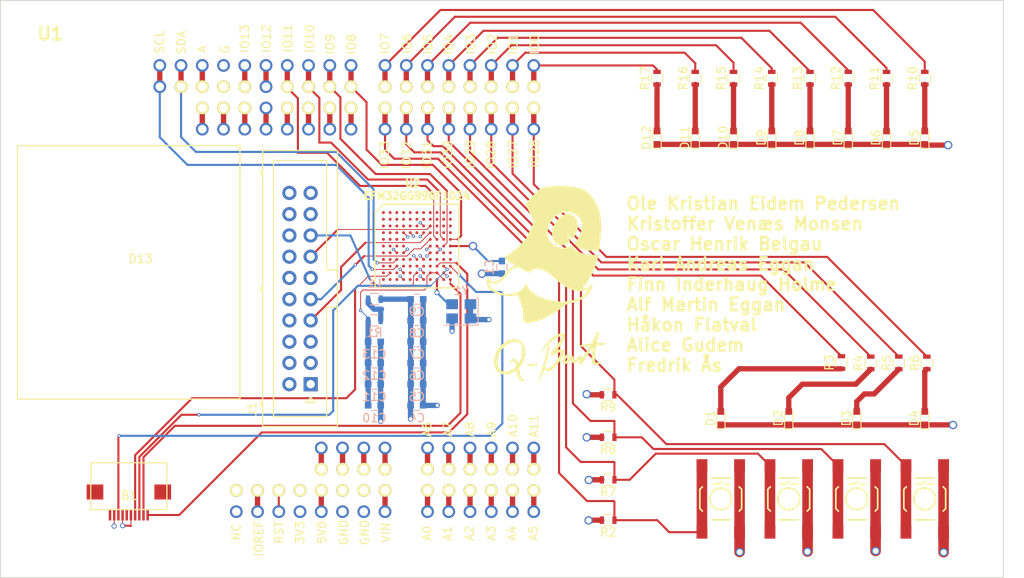
<source format=kicad_pcb>
(kicad_pcb (version 4) (host pcbnew 4.0.6)
  (layers (0 F.Cu signal) (1 3v3.Cu power hide) (2 Gnd.Cu power hide) (31 B.Cu signal) (34 B.Paste user hide) (35 F.Paste user hide) (36 B.SilkS user hide) (37 F.SilkS user hide) (38 B.Mask user hide) (39 F.Mask user hide) (44 Edge.Cuts user))
  (net 0 "")
  (net 1 GND)
  (net 2 "Net-(D1-Pad2)")
  (net 3 "Net-(D2-Pad2)")
  (net 4 "Net-(D3-Pad2)")
  (net 5 "Net-(D4-Pad2)")
  (net 6 "Net-(D5-Pad2)")
  (net 7 "Net-(D6-Pad2)")
  (net 8 "Net-(D7-Pad2)")
  (net 9 "Net-(D8-Pad2)")
  (net 10 "Net-(D9-Pad2)")
  (net 11 "Net-(D10-Pad2)")
  (net 12 "Net-(D11-Pad2)")
  (net 13 "Net-(D12-Pad2)")
  (net 14 VCC)
  (net 15 "Net-(JP1-Pad3)")
  (net 16 "Net-(JP2-Pad1)")
  (net 17 "Net-(JP2-Pad2)")
  (net 18 "Net-(JP2-Pad3)")
  (net 19 "Net-(JP2-Pad4)")
  (net 20 "Net-(JP2-Pad5)")
  (net 21 "Net-(JP2-Pad6)")
  (net 22 "Net-(JP3-Pad1)")
  (net 23 "Net-(JP3-Pad2)")
  (net 24 "Net-(JP4-Pad1)")
  (net 25 "Net-(JP4-Pad2)")
  (net 26 "Net-(JP4-Pad3)")
  (net 27 "Net-(JP4-Pad4)")
  (net 28 "Net-(JP4-Pad5)")
  (net 29 "Net-(JP4-Pad6)")
  (net 30 "Net-(JP5-Pad5)")
  (net 31 "Net-(JP5-Pad6)")
  (net 32 "Net-(JP7-Pad1)")
  (net 33 "Net-(JP7-Pad2)")
  (net 34 "Net-(JP7-Pad3)")
  (net 35 "Net-(JP7-Pad4)")
  (net 36 "Net-(JP7-Pad5)")
  (net 37 "Net-(JP7-Pad6)")
  (net 38 "Net-(JP7-Pad7)")
  (net 39 "Net-(JP7-Pad8)")
  (net 40 "Net-(JP1-Pad1)")
  (net 41 "Net-(U1-PadNC1)")
  (net 42 +3V3)
  (net 43 /debug_leds/0)
  (net 44 /debug_leds/1)
  (net 45 /debug_leds/2)
  (net 46 /debug_leds/3)
  (net 47 /debug_leds/4)
  (net 48 /debug_leds/5)
  (net 49 /debug_leds/6)
  (net 50 /debug_leds/7)
  (net 51 /buttons/26)
  (net 52 /buttons/27)
  (net 53 /buttons/28)
  (net 54 /buttons/29)
  (net 55 /buttons/30)
  (net 56 /buttons/31)
  (net 57 /buttons/32)
  (net 58 /buttons/33)
  (net 59 "Net-(C1-Pad1)")
  (net 60 "Net-(L1-Pad2)")
  (net 61 IORef)
  (net 62 VIn)
  (net 63 GNDREF)
  (net 64 "Net-(JP3-Pad4)")
  (net 65 "Net-(JP5-Pad8)")
  (net 66 /mcu/CLK/HFXTAL_N)
  (net 67 "Net-(J1-Pad2)")
  (net 68 "Net-(J1-Pad3)")
  (net 69 "Net-(J1-Pad5)")
  (net 70 "Net-(J1-Pad7)")
  (net 71 "Net-(J1-Pad9)")
  (net 72 "Net-(J1-Pad11)")
  (net 73 "Net-(J1-Pad13)")
  (net 74 "Net-(J1-Pad15)")
  (net 75 "Net-(J1-Pad17)")
  (net 76 "Net-(J1-Pad19)")
  (net 77 /mcu/GPIO3)
  (net 78 /mcu/GPIO2)
  (net 79 /mcu/GPIO1)
  (net 80 /mcu/GPIO0)
  (net 81 "Net-(U2-PadA1)")
  (net 82 "Net-(U2-PadA2)")
  (net 83 "Net-(U2-PadA3)")
  (net 84 "Net-(U2-PadA4)")
  (net 85 "Net-(U2-PadA5)")
  (net 86 "Net-(U2-PadA6)")
  (net 87 "Net-(U2-PadA7)")
  (net 88 "Net-(U2-PadA8)")
  (net 89 "Net-(U2-PadA9)")
  (net 90 "Net-(U2-PadA10)")
  (net 91 "Net-(U2-PadA11)")
  (net 92 "Net-(U2-PadB1)")
  (net 93 "Net-(U2-PadB2)")
  (net 94 "Net-(U2-PadB3)")
  (net 95 "Net-(U2-PadB4)")
  (net 96 "Net-(U2-PadB5)")
  (net 97 "Net-(U2-PadB6)")
  (net 98 "Net-(U2-PadB7)")
  (net 99 "Net-(U2-PadB8)")
  (net 100 "Net-(U2-PadB9)")
  (net 101 "Net-(U2-PadB10)")
  (net 102 "Net-(U2-PadB11)")
  (net 103 "Net-(U2-PadC1)")
  (net 104 "Net-(U2-PadC2)")
  (net 105 "Net-(U2-PadC3)")
  (net 106 "Net-(U2-PadC4)")
  (net 107 "Net-(U2-PadC5)")
  (net 108 "Net-(U2-PadC6)")
  (net 109 "Net-(U2-PadC9)")
  (net 110 "Net-(U2-PadC10)")
  (net 111 "Net-(U2-PadC11)")
  (net 112 "Net-(U2-PadD1)")
  (net 113 "Net-(U2-PadD2)")
  (net 114 "Net-(U2-PadD3)")
  (net 115 "Net-(U2-PadD6)")
  (net 116 "Net-(U2-PadD9)")
  (net 117 "Net-(U2-PadD10)")
  (net 118 "Net-(U2-PadD11)")
  (net 119 "Net-(U2-PadE1)")
  (net 120 "Net-(U2-PadE2)")
  (net 121 "Net-(U2-PadE3)")
  (net 122 "Net-(U2-PadE4)")
  (net 123 "Net-(U2-PadF1)")
  (net 124 "Net-(U2-PadF2)")
  (net 125 "Net-(U2-PadF3)")
  (net 126 "Net-(U2-PadF4)")
  (net 127 "Net-(U2-PadG1)")
  (net 128 "Net-(U2-PadG2)")
  (net 129 "Net-(U2-PadG10)")
  (net 130 "Net-(U2-PadG11)")
  (net 131 "Net-(U2-PadH1)")
  (net 132 "Net-(U2-PadH2)")
  (net 133 /mcu/SDA)
  (net 134 "Net-(U2-PadH4)")
  (net 135 "Net-(U2-PadH5)")
  (net 136 "Net-(U2-PadH8)")
  (net 137 "Net-(U2-PadH9)")
  (net 138 "Net-(U2-PadH10)")
  (net 139 "Net-(U2-PadH11)")
  (net 140 "Net-(U2-PadJ1)")
  (net 141 "Net-(U2-PadJ2)")
  (net 142 /mcu/SCL)
  (net 143 "Net-(U2-PadJ4)")
  (net 144 "Net-(U2-PadJ5)")
  (net 145 "Net-(U2-PadJ6)")
  (net 146 "Net-(U2-PadJ7)")
  (net 147 "Net-(U2-PadJ8)")
  (net 148 /display/CS)
  (net 149 "Net-(U2-PadK1)")
  (net 150 "Net-(U2-PadK3)")
  (net 151 "Net-(U2-PadK5)")
  (net 152 "Net-(U2-PadK11)")
  (net 153 "Net-(U2-PadL1)")
  (net 154 "Net-(U2-PadL2)")
  (net 155 "Net-(U2-PadL3)")
  (net 156 "Net-(U2-PadL5)")
  (net 157 "Net-(U2-PadL6)")
  (net 158 /display/MOSI)
  (net 159 "Net-(B1-Pad6)")
  (net 160 /display/SCK)
  (net 161 /mcu/decouplingAV/AVDD)
  (net 162 "Net-(U2-PadL8)")
  (net 163 "Net-(B1-Pad10)")
  (net 164 /display/EXTMODE)
  (net 165 /display/EXTCOMIN)
  (module myfootprint:Board_Connector (layer F.Cu) (at 146.647 121.1472 180)
    (fp_text reference B1 (at 4.4832 -3.9478 180) (layer F.SilkS))
    (fp_text value Board_Connector)
    (pad 11 smd rect (at 8.6 -3.5 180) (size 2 1.8) (layers F.Cu F.Paste F.Mask))
    (pad 10 smd rect (at 6.8 -6.25 180) (size 0.3 1.3) (layers F.Cu F.Paste F.Mask) (net 163 "Net-(B1-Pad10)"))
    (pad 9 smd rect (at 6.3 -6.25 180) (size 0.3 1.3) (layers F.Cu F.Paste F.Mask) (net 1 GND))
    (pad 8 smd rect (at 5.8 -6.25 180) (size 0.3 1.3) (layers F.Cu F.Paste F.Mask) (net 164 /display/EXTMODE))
    (pad 7 smd rect (at 5.3 -6.25 180) (size 0.3 1.3) (layers F.Cu F.Paste F.Mask) (net 42 +3V3))
    (pad 6 smd rect (at 4.8 -6.25 180) (size 0.3 1.3) (layers F.Cu F.Paste F.Mask) (net 159 "Net-(B1-Pad6)"))
    (pad 5 smd rect (at 4.3 -6.25 180) (size 0.3 1.3) (layers F.Cu F.Paste F.Mask) (net 42 +3V3))
    (pad 4 smd rect (at 3.8 -6.25 180) (size 0.3 1.3) (layers F.Cu F.Paste F.Mask) (net 165 /display/EXTCOMIN))
    (pad 3 smd rect (at 3.3 -6.25 180) (size 0.3 1.3) (layers F.Cu F.Paste F.Mask) (net 148 /display/CS))
    (pad 2 smd rect (at 2.8 -6.25 180) (size 0.3 1.3) (layers F.Cu F.Paste F.Mask) (net 158 /display/MOSI))
    (pad 0 smd rect (at 0.5 -3.5 180) (size 2 1.8) (layers F.Cu F.Paste F.Mask))
    (pad 1 smd rect (at 2.3 -6.25 180) (size 0.3 1.3) (layers F.Cu F.Paste F.Mask) (net 160 /display/SCK))
  )
  (module myfootprint:1X10 (layer F.Cu) (at 168.656 73.66 180)
    (fp_text reference JP5)
    (fp_text value M10)
    (pad 1 thru_hole oval (at 0 0 270) (size 1.524 1.524) (drill 1.016) (layers *.Cu *.Mask) (net 77 /mcu/GPIO3))
    (pad 2 thru_hole oval (at 2.54 0 270) (size 1.524 1.524) (drill 1.016) (layers *.Cu *.Mask) (net 78 /mcu/GPIO2))
    (pad 3 thru_hole oval (at 5.08 0 270) (size 1.524 1.524) (drill 1.016) (layers *.Cu *.Mask) (net 79 /mcu/GPIO1))
    (pad 4 thru_hole oval (at 7.62 0 270) (size 1.524 1.524) (drill 1.016) (layers *.Cu *.Mask) (net 80 /mcu/GPIO0))
    (pad 5 thru_hole oval (at 10.16 0 270) (size 1.524 1.524) (drill 1.016) (layers *.Cu *.Mask) (net 30 "Net-(JP5-Pad5)"))
    (pad 6 thru_hole oval (at 12.7 0 270) (size 1.524 1.524) (drill 1.016) (layers *.Cu *.Mask) (net 31 "Net-(JP5-Pad6)"))
    (pad 7 thru_hole oval (at 15.24 0 270) (size 1.524 1.524) (drill 1.016) (layers *.Cu *.Mask) (net 1 GND))
    (pad 8 thru_hole oval (at 17.78 0 270) (size 1.524 1.524) (drill 1.016) (layers *.Cu *.Mask) (net 65 "Net-(JP5-Pad8)"))
    (pad 9 thru_hole oval (at 20.32 0 270) (size 1.524 1.524) (drill 1.016) (layers *.Cu *.Mask) (net 133 /mcu/SDA))
    (pad 10 thru_hole oval (at 22.86 0 270) (size 1.524 1.524) (drill 1.016) (layers *.Cu *.Mask) (net 142 /mcu/SCL))
  )
  (module myfootprint:1X08 (layer F.Cu) (at 154.94 127)
    (fp_text reference JP1)
    (fp_text value M08 hide)
    (pad 1 thru_hole oval (at 0 0 90) (size 1.524 1.524) (drill 1.016) (layers *.Cu *.Mask) (net 40 "Net-(JP1-Pad1)"))
    (pad 2 thru_hole oval (at 2.54 0 90) (size 1.524 1.524) (drill 1.016) (layers *.Cu *.Mask) (net 61 IORef))
    (pad 3 thru_hole oval (at 5.08 0 90) (size 1.524 1.524) (drill 1.016) (layers *.Cu *.Mask) (net 15 "Net-(JP1-Pad3)"))
    (pad 4 thru_hole oval (at 7.62 0 90) (size 1.524 1.524) (drill 1.016) (layers *.Cu *.Mask) (net 42 +3V3))
    (pad 5 thru_hole oval (at 10.16 0 90) (size 1.524 1.524) (drill 1.016) (layers *.Cu *.Mask) (net 14 VCC))
    (pad 6 thru_hole oval (at 12.7 0 90) (size 1.524 1.524) (drill 1.016) (layers *.Cu *.Mask) (net 1 GND))
    (pad 7 thru_hole oval (at 15.24 0 90) (size 1.524 1.524) (drill 1.016) (layers *.Cu *.Mask) (net 1 GND))
    (pad 8 thru_hole oval (at 17.78 0 90) (size 1.524 1.524) (drill 1.016) (layers *.Cu *.Mask) (net 62 VIn))
  )
  (module myfootprint:1X08 (layer F.Cu) (at 190.5 73.66 180)
    (fp_text reference JP6)
    (fp_text value M08 hide)
    (pad 1 thru_hole oval (at 0 0 270) (size 1.524 1.524) (drill 1.016) (layers *.Cu *.Mask) (net 43 /debug_leds/0))
    (pad 2 thru_hole oval (at 2.54 0 270) (size 1.524 1.524) (drill 1.016) (layers *.Cu *.Mask) (net 44 /debug_leds/1))
    (pad 3 thru_hole oval (at 5.08 0 270) (size 1.524 1.524) (drill 1.016) (layers *.Cu *.Mask) (net 45 /debug_leds/2))
    (pad 4 thru_hole oval (at 7.62 0 270) (size 1.524 1.524) (drill 1.016) (layers *.Cu *.Mask) (net 46 /debug_leds/3))
    (pad 5 thru_hole oval (at 10.16 0 270) (size 1.524 1.524) (drill 1.016) (layers *.Cu *.Mask) (net 47 /debug_leds/4))
    (pad 6 thru_hole oval (at 12.7 0 270) (size 1.524 1.524) (drill 1.016) (layers *.Cu *.Mask) (net 48 /debug_leds/5))
    (pad 7 thru_hole oval (at 15.24 0 270) (size 1.524 1.524) (drill 1.016) (layers *.Cu *.Mask) (net 49 /debug_leds/6))
    (pad 8 thru_hole oval (at 17.78 0 270) (size 1.524 1.524) (drill 1.016) (layers *.Cu *.Mask) (net 50 /debug_leds/7))
  )
  (module myfootprint:1X08 (layer F.Cu) (at 168.656 81.28 180)
    (fp_text reference JP7)
    (fp_text value M08 hide)
    (pad 1 thru_hole oval (at 0 0 270) (size 1.524 1.524) (drill 1.016) (layers *.Cu *.Mask) (net 32 "Net-(JP7-Pad1)"))
    (pad 2 thru_hole oval (at 2.54 0 270) (size 1.524 1.524) (drill 1.016) (layers *.Cu *.Mask) (net 33 "Net-(JP7-Pad2)"))
    (pad 3 thru_hole oval (at 5.08 0 270) (size 1.524 1.524) (drill 1.016) (layers *.Cu *.Mask) (net 34 "Net-(JP7-Pad3)"))
    (pad 4 thru_hole oval (at 7.62 0 270) (size 1.524 1.524) (drill 1.016) (layers *.Cu *.Mask) (net 35 "Net-(JP7-Pad4)"))
    (pad 5 thru_hole oval (at 10.16 0 270) (size 1.524 1.524) (drill 1.016) (layers *.Cu *.Mask) (net 36 "Net-(JP7-Pad5)"))
    (pad 6 thru_hole oval (at 12.7 0 270) (size 1.524 1.524) (drill 1.016) (layers *.Cu *.Mask) (net 37 "Net-(JP7-Pad6)"))
    (pad 7 thru_hole oval (at 15.24 0 270) (size 1.524 1.524) (drill 1.016) (layers *.Cu *.Mask) (net 38 "Net-(JP7-Pad7)"))
    (pad 8 thru_hole oval (at 17.78 0 270) (size 1.524 1.524) (drill 1.016) (layers *.Cu *.Mask) (net 39 "Net-(JP7-Pad8)"))
  )
  (module myfootprint:1X08 (layer F.Cu) (at 190.5 81.28 180)
    (fp_text reference JP8)
    (fp_text value M08 hide)
    (pad 1 thru_hole oval (at 0 0 270) (size 1.524 1.524) (drill 1.016) (layers *.Cu *.Mask) (net 51 /buttons/26))
    (pad 2 thru_hole oval (at 2.54 0 270) (size 1.524 1.524) (drill 1.016) (layers *.Cu *.Mask) (net 52 /buttons/27))
    (pad 3 thru_hole oval (at 5.08 0 270) (size 1.524 1.524) (drill 1.016) (layers *.Cu *.Mask) (net 53 /buttons/28))
    (pad 4 thru_hole oval (at 7.62 0 270) (size 1.524 1.524) (drill 1.016) (layers *.Cu *.Mask) (net 54 /buttons/29))
    (pad 5 thru_hole oval (at 10.16 0 270) (size 1.524 1.524) (drill 1.016) (layers *.Cu *.Mask) (net 55 /buttons/30))
    (pad 6 thru_hole oval (at 12.7 0 270) (size 1.524 1.524) (drill 1.016) (layers *.Cu *.Mask) (net 56 /buttons/31))
    (pad 7 thru_hole oval (at 15.24 0 270) (size 1.524 1.524) (drill 1.016) (layers *.Cu *.Mask) (net 57 /buttons/32))
    (pad 8 thru_hole oval (at 17.78 0 270) (size 1.524 1.524) (drill 1.016) (layers *.Cu *.Mask) (net 58 /buttons/33))
  )
  (module myfootprint:1X06 (layer F.Cu) (at 177.8 127)
    (fp_text reference JP2)
    (fp_text value M06 hide)
    (pad 1 thru_hole oval (at 0 0 90) (size 1.524 1.524) (drill 1.016) (layers *.Cu *.Mask) (net 16 "Net-(JP2-Pad1)"))
    (pad 2 thru_hole oval (at 2.54 0 90) (size 1.524 1.524) (drill 1.016) (layers *.Cu *.Mask) (net 17 "Net-(JP2-Pad2)"))
    (pad 3 thru_hole oval (at 5.08 0 90) (size 1.524 1.524) (drill 1.016) (layers *.Cu *.Mask) (net 18 "Net-(JP2-Pad3)"))
    (pad 4 thru_hole oval (at 7.62 0 90) (size 1.524 1.524) (drill 1.016) (layers *.Cu *.Mask) (net 19 "Net-(JP2-Pad4)"))
    (pad 5 thru_hole oval (at 10.16 0 90) (size 1.524 1.524) (drill 1.016) (layers *.Cu *.Mask) (net 20 "Net-(JP2-Pad5)"))
    (pad 6 thru_hole oval (at 12.7 0 90) (size 1.524 1.524) (drill 1.016) (layers *.Cu *.Mask) (net 21 "Net-(JP2-Pad6)"))
  )
  (module myfootprint:1X04 (layer F.Cu) (at 165.1 119.38)
    (fp_text reference JP3)
    (fp_text value M04)
    (pad 1 thru_hole oval (at 0 0 90) (size 1.524 1.524) (drill 1.016) (layers *.Cu *.Mask) (net 22 "Net-(JP3-Pad1)"))
    (pad 2 thru_hole oval (at 2.54 0 90) (size 1.524 1.524) (drill 1.016) (layers *.Cu *.Mask) (net 23 "Net-(JP3-Pad2)"))
    (pad 3 thru_hole oval (at 5.08 0 90) (size 1.524 1.524) (drill 1.016) (layers *.Cu *.Mask) (net 63 GNDREF))
    (pad 4 thru_hole oval (at 7.62 0 90) (size 1.524 1.524) (drill 1.016) (layers *.Cu *.Mask) (net 64 "Net-(JP3-Pad4)"))
  )
  (module myfootprint:1X06 (layer F.Cu) (at 177.8 119.38)
    (fp_text reference JP4)
    (fp_text value M06 hide)
    (pad 1 thru_hole oval (at 0 0 90) (size 1.524 1.524) (drill 1.016) (layers *.Cu *.Mask) (net 24 "Net-(JP4-Pad1)"))
    (pad 2 thru_hole oval (at 2.54 0 90) (size 1.524 1.524) (drill 1.016) (layers *.Cu *.Mask) (net 25 "Net-(JP4-Pad2)"))
    (pad 3 thru_hole oval (at 5.08 0 90) (size 1.524 1.524) (drill 1.016) (layers *.Cu *.Mask) (net 26 "Net-(JP4-Pad3)"))
    (pad 4 thru_hole oval (at 7.62 0 90) (size 1.524 1.524) (drill 1.016) (layers *.Cu *.Mask) (net 27 "Net-(JP4-Pad4)"))
    (pad 5 thru_hole oval (at 10.16 0 90) (size 1.524 1.524) (drill 1.016) (layers *.Cu *.Mask) (net 28 "Net-(JP4-Pad5)"))
    (pad 6 thru_hole oval (at 12.7 0 90) (size 1.524 1.524) (drill 1.016) (layers *.Cu *.Mask) (net 29 "Net-(JP4-Pad6)"))
  )
  (module Capacitors_SMD:C_0603 (layer B.Cu) (at 186.69 97.79 270)
    (fp_text reference C1 (at 0 1.5 270) (layer B.SilkS) (effects (justify mirror)))
    (fp_text value 10u)
    (pad 2 smd rect (at 0.75 0 270) (size 0.8 0.75) (layers B.Cu B.Paste B.Mask) (net 1 GND))
    (pad 1 smd rect (at -0.75 0 270) (size 0.8 0.75) (layers B.Cu B.Paste B.Mask) (net 59 "Net-(C1-Pad1)"))
  )
  (module Capacitors_SMD:C_0603 (layer B.Cu) (at 176.53 114.3)
    (fp_text reference C4 (at 0 1.5) (layer B.SilkS) (effects (justify mirror)))
    (fp_text value 100n)
    (pad 2 smd rect (at 0.75 0) (size 0.8 0.75) (layers B.Cu B.Paste B.Mask) (net 1 GND))
    (pad 1 smd rect (at -0.75 0) (size 0.8 0.75) (layers B.Cu B.Paste B.Mask) (net 42 +3V3))
  )
  (module Capacitors_SMD:C_0603 (layer B.Cu) (at 176.53 111.76)
    (fp_text reference C5 (at 0 1.5) (layer B.SilkS) (effects (justify mirror)))
    (fp_text value 100n)
    (pad 2 smd rect (at 0.75 0) (size 0.8 0.75) (layers B.Cu B.Paste B.Mask) (net 1 GND))
    (pad 1 smd rect (at -0.75 0) (size 0.8 0.75) (layers B.Cu B.Paste B.Mask) (net 42 +3V3))
  )
  (module Capacitors_SMD:C_0603 (layer B.Cu) (at 176.53 109.22)
    (fp_text reference C6 (at 0 1.5) (layer B.SilkS) (effects (justify mirror)))
    (fp_text value 100n)
    (pad 2 smd rect (at 0.75 0) (size 0.8 0.75) (layers B.Cu B.Paste B.Mask) (net 1 GND))
    (pad 1 smd rect (at -0.75 0) (size 0.8 0.75) (layers B.Cu B.Paste B.Mask) (net 42 +3V3))
  )
  (module Capacitors_SMD:C_0603 (layer B.Cu) (at 176.53 106.68)
    (fp_text reference C7 (at 0 1.5) (layer B.SilkS) (effects (justify mirror)))
    (fp_text value 100n)
    (pad 2 smd rect (at 0.75 0) (size 0.8 0.75) (layers B.Cu B.Paste B.Mask) (net 1 GND))
    (pad 1 smd rect (at -0.75 0) (size 0.8 0.75) (layers B.Cu B.Paste B.Mask) (net 42 +3V3))
  )
  (module Capacitors_SMD:C_0603 (layer B.Cu) (at 176.53 104.14)
    (fp_text reference C8 (at 0 1.5) (layer B.SilkS) (effects (justify mirror)))
    (fp_text value 100n)
    (pad 2 smd rect (at 0.75 0) (size 0.8 0.75) (layers B.Cu B.Paste B.Mask) (net 1 GND))
    (pad 1 smd rect (at -0.75 0) (size 0.8 0.75) (layers B.Cu B.Paste B.Mask) (net 42 +3V3))
  )
  (module Capacitors_SMD:C_0603 (layer B.Cu) (at 176.53 101.6)
    (fp_text reference C9 (at 0 1.5) (layer B.SilkS) (effects (justify mirror)))
    (fp_text value 10u)
    (pad 2 smd rect (at 0.75 0) (size 0.8 0.75) (layers B.Cu B.Paste B.Mask) (net 1 GND))
    (pad 1 smd rect (at -0.75 0) (size 0.8 0.75) (layers B.Cu B.Paste B.Mask) (net 42 +3V3))
  )
  (module Capacitors_SMD:C_0603 (layer B.Cu) (at 171.45 114.3)
    (fp_text reference C10 (at 0 1.5) (layer B.SilkS) (effects (justify mirror)))
    (fp_text value 10n)
    (pad 2 smd rect (at 0.75 0) (size 0.8 0.75) (layers B.Cu B.Paste B.Mask) (net 1 GND))
    (pad 1 smd rect (at -0.75 0) (size 0.8 0.75) (layers B.Cu B.Paste B.Mask) (net 161 /mcu/decouplingAV/AVDD))
  )
  (module Capacitors_SMD:C_0603 (layer B.Cu) (at 171.45 111.76)
    (fp_text reference C11 (at 0 1.5) (layer B.SilkS) (effects (justify mirror)))
    (fp_text value 10n)
    (pad 2 smd rect (at 0.75 0) (size 0.8 0.75) (layers B.Cu B.Paste B.Mask) (net 1 GND))
    (pad 1 smd rect (at -0.75 0) (size 0.8 0.75) (layers B.Cu B.Paste B.Mask) (net 161 /mcu/decouplingAV/AVDD))
  )
  (module Capacitors_SMD:C_0603 (layer B.Cu) (at 171.45 109.22)
    (fp_text reference C12 (at 0 1.5) (layer B.SilkS) (effects (justify mirror)))
    (fp_text value 10n)
    (pad 2 smd rect (at 0.75 0) (size 0.8 0.75) (layers B.Cu B.Paste B.Mask) (net 1 GND))
    (pad 1 smd rect (at -0.75 0) (size 0.8 0.75) (layers B.Cu B.Paste B.Mask) (net 161 /mcu/decouplingAV/AVDD))
  )
  (module Capacitors_SMD:C_0603 (layer B.Cu) (at 171.45 106.68)
    (fp_text reference C13 (at 0 1.5) (layer B.SilkS) (effects (justify mirror)))
    (fp_text value 10u)
    (pad 2 smd rect (at 0.75 0) (size 0.8 0.75) (layers B.Cu B.Paste B.Mask) (net 1 GND))
    (pad 1 smd rect (at -0.75 0) (size 0.8 0.75) (layers B.Cu B.Paste B.Mask) (net 161 /mcu/decouplingAV/AVDD))
  )
  (module Connectors_Multicomp:Multicomp_MC9A12-2034_2x10x2.54mm_Straight (layer F.Cu) (at 163.83 111.76 90)
    (fp_text reference J1 (at -3 -7 90) (layer F.SilkS))
    (fp_text value CONN_02X10)
    (pad 1 thru_hole rect (at 0 0 90) (size 1.7 1.7) (drill 1) (layers *.Cu *.Mask) (net 42 +3V3))
    (pad 2 thru_hole circle (at 0 -2.54 90) (size 1.7 1.7) (drill 1) (layers *.Cu *.Mask) (net 67 "Net-(J1-Pad2)"))
    (pad 3 thru_hole circle (at 2.54 0 90) (size 1.7 1.7) (drill 1) (layers *.Cu *.Mask) (net 68 "Net-(J1-Pad3)"))
    (pad 4 thru_hole circle (at 2.54 -2.54 90) (size 1.7 1.7) (drill 1) (layers *.Cu *.Mask) (net 1 GND))
    (pad 5 thru_hole circle (at 5.08 0 90) (size 1.7 1.7) (drill 1) (layers *.Cu *.Mask) (net 69 "Net-(J1-Pad5)"))
    (pad 6 thru_hole circle (at 5.08 -2.54 90) (size 1.7 1.7) (drill 1) (layers *.Cu *.Mask) (net 1 GND))
    (pad 7 thru_hole circle (at 7.62 0 90) (size 1.7 1.7) (drill 1) (layers *.Cu *.Mask) (net 70 "Net-(J1-Pad7)"))
    (pad 8 thru_hole circle (at 7.62 -2.54 90) (size 1.7 1.7) (drill 1) (layers *.Cu *.Mask) (net 1 GND))
    (pad 9 thru_hole circle (at 10.16 0 90) (size 1.7 1.7) (drill 1) (layers *.Cu *.Mask) (net 71 "Net-(J1-Pad9)"))
    (pad 10 thru_hole circle (at 10.16 -2.54 90) (size 1.7 1.7) (drill 1) (layers *.Cu *.Mask) (net 1 GND))
    (pad 11 thru_hole circle (at 12.7 0 90) (size 1.7 1.7) (drill 1) (layers *.Cu *.Mask) (net 72 "Net-(J1-Pad11)"))
    (pad 12 thru_hole circle (at 12.7 -2.54 90) (size 1.7 1.7) (drill 1) (layers *.Cu *.Mask) (net 1 GND))
    (pad 13 thru_hole circle (at 15.24 0 90) (size 1.7 1.7) (drill 1) (layers *.Cu *.Mask) (net 73 "Net-(J1-Pad13)"))
    (pad 14 thru_hole circle (at 15.24 -2.54 90) (size 1.7 1.7) (drill 1) (layers *.Cu *.Mask) (net 1 GND))
    (pad 15 thru_hole circle (at 17.78 0 90) (size 1.7 1.7) (drill 1) (layers *.Cu *.Mask) (net 74 "Net-(J1-Pad15)"))
    (pad 16 thru_hole circle (at 17.78 -2.54 90) (size 1.7 1.7) (drill 1) (layers *.Cu *.Mask) (net 1 GND))
    (pad 17 thru_hole circle (at 20.32 0 90) (size 1.7 1.7) (drill 1) (layers *.Cu *.Mask) (net 75 "Net-(J1-Pad17)"))
    (pad 18 thru_hole circle (at 20.32 -2.54 90) (size 1.7 1.7) (drill 1) (layers *.Cu *.Mask) (net 1 GND))
    (pad 19 thru_hole circle (at 22.86 0 90) (size 1.7 1.7) (drill 1) (layers *.Cu *.Mask) (net 76 "Net-(J1-Pad19)"))
    (pad 20 thru_hole circle (at 22.86 -2.54 90) (size 1.7 1.7) (drill 1) (layers *.Cu *.Mask) (net 1 GND))
  )
  (module Resistors_SMD:R_0603 (layer B.Cu) (at 171.45 104.14)
    (fp_text reference R1 (at 0 1.45) (layer B.SilkS) (effects (justify mirror)))
    (fp_text value R)
    (pad 1 smd rect (at -0.75 0) (size 0.5 0.9) (layers B.Cu B.Paste B.Mask) (net 161 /mcu/decouplingAV/AVDD))
    (pad 2 smd rect (at 0.75 0) (size 0.5 0.9) (layers B.Cu B.Paste B.Mask) (net 60 "Net-(L1-Pad2)"))
  )
  (module EnergyMicro:EFM32_BGA112 (layer F.Cu) (at 176.53 95.25)
    (fp_text reference U2 (at -0.5 -7.5) (layer F.SilkS) (effects (font (size 0.889 0.889) (thickness 0.3048))))
    (fp_text value EFM32GG990F1024 (at 0 -6) (layer F.SilkS) (effects (font (size 0.889 0.889) (thickness 0.22225))))
    (pad A1 smd circle (at -4 -4 180) (size 0.35 0.35) (layers F.Cu F.Paste F.Mask) (net 81 "Net-(U2-PadA1)"))
    (pad A2 smd circle (at -3.2 -4 180) (size 0.35 0.35) (layers F.Cu F.Paste F.Mask) (net 82 "Net-(U2-PadA2)"))
    (pad A3 smd circle (at -2.4 -4 180) (size 0.35 0.35) (layers F.Cu F.Paste F.Mask) (net 83 "Net-(U2-PadA3)"))
    (pad A4 smd circle (at -1.6 -4 180) (size 0.35 0.35) (layers F.Cu F.Paste F.Mask) (net 84 "Net-(U2-PadA4)"))
    (pad A5 smd circle (at -0.8 -4 180) (size 0.35 0.35) (layers F.Cu F.Paste F.Mask) (net 85 "Net-(U2-PadA5)"))
    (pad A6 smd circle (at 0 -4 180) (size 0.35 0.35) (layers F.Cu F.Paste F.Mask) (net 86 "Net-(U2-PadA6)"))
    (pad A7 smd circle (at 0.8 -4 180) (size 0.35 0.35) (layers F.Cu F.Paste F.Mask) (net 87 "Net-(U2-PadA7)"))
    (pad A8 smd circle (at 1.6 -4 180) (size 0.35 0.35) (layers F.Cu F.Paste F.Mask) (net 88 "Net-(U2-PadA8)"))
    (pad A9 smd circle (at 2.4 -4 180) (size 0.35 0.35) (layers F.Cu F.Paste F.Mask) (net 89 "Net-(U2-PadA9)"))
    (pad A10 smd circle (at 3.2 -4 180) (size 0.35 0.35) (layers F.Cu F.Paste F.Mask) (net 90 "Net-(U2-PadA10)"))
    (pad A11 smd circle (at 4 -4 180) (size 0.35 0.35) (layers F.Cu F.Paste F.Mask) (net 91 "Net-(U2-PadA11)"))
    (pad B1 smd circle (at -4 -3.2 180) (size 0.35 0.35) (layers F.Cu F.Paste F.Mask) (net 92 "Net-(U2-PadB1)"))
    (pad B2 smd circle (at -3.2 -3.2 180) (size 0.35 0.35) (layers F.Cu F.Paste F.Mask) (net 93 "Net-(U2-PadB2)"))
    (pad B3 smd circle (at -2.4 -3.2 180) (size 0.35 0.35) (layers F.Cu F.Paste F.Mask) (net 94 "Net-(U2-PadB3)"))
    (pad B4 smd circle (at -1.6 -3.2 180) (size 0.35 0.35) (layers F.Cu F.Paste F.Mask) (net 95 "Net-(U2-PadB4)"))
    (pad B5 smd circle (at -0.8 -3.2 180) (size 0.35 0.35) (layers F.Cu F.Paste F.Mask) (net 96 "Net-(U2-PadB5)"))
    (pad B6 smd circle (at 0 -3.2 180) (size 0.35 0.35) (layers F.Cu F.Paste F.Mask) (net 97 "Net-(U2-PadB6)"))
    (pad B7 smd circle (at 0.8 -3.2 180) (size 0.35 0.35) (layers F.Cu F.Paste F.Mask) (net 98 "Net-(U2-PadB7)"))
    (pad B8 smd circle (at 1.6 -3.2 180) (size 0.35 0.35) (layers F.Cu F.Paste F.Mask) (net 99 "Net-(U2-PadB8)"))
    (pad B9 smd circle (at 2.4 -3.2 180) (size 0.35 0.35) (layers F.Cu F.Paste F.Mask) (net 100 "Net-(U2-PadB9)"))
    (pad B10 smd circle (at 3.2 -3.2 180) (size 0.35 0.35) (layers F.Cu F.Paste F.Mask) (net 101 "Net-(U2-PadB10)"))
    (pad B11 smd circle (at 4 -3.2 180) (size 0.35 0.35) (layers F.Cu F.Paste F.Mask) (net 102 "Net-(U2-PadB11)"))
    (pad C1 smd circle (at -4 -2.4 180) (size 0.35 0.35) (layers F.Cu F.Paste F.Mask) (net 103 "Net-(U2-PadC1)"))
    (pad C2 smd circle (at -3.2 -2.4 180) (size 0.35 0.35) (layers F.Cu F.Paste F.Mask) (net 104 "Net-(U2-PadC2)"))
    (pad C3 smd circle (at -2.4 -2.4 180) (size 0.35 0.35) (layers F.Cu F.Paste F.Mask) (net 105 "Net-(U2-PadC3)"))
    (pad C4 smd circle (at -1.6 -2.4 180) (size 0.35 0.35) (layers F.Cu F.Paste F.Mask) (net 106 "Net-(U2-PadC4)"))
    (pad C5 smd circle (at -0.8 -2.4 180) (size 0.35 0.35) (layers F.Cu F.Paste F.Mask) (net 107 "Net-(U2-PadC5)"))
    (pad C6 smd circle (at 0 -2.4 180) (size 0.35 0.35) (layers F.Cu F.Paste F.Mask) (net 108 "Net-(U2-PadC6)"))
    (pad C7 smd circle (at 0.8 -2.4 180) (size 0.35 0.35) (layers F.Cu F.Paste F.Mask) (net 1 GND))
    (pad C8 smd circle (at 1.6 -2.4 180) (size 0.35 0.35) (layers F.Cu F.Paste F.Mask) (net 73 "Net-(J1-Pad13)"))
    (pad C9 smd circle (at 2.4 -2.4 180) (size 0.35 0.35) (layers F.Cu F.Paste F.Mask) (net 109 "Net-(U2-PadC9)"))
    (pad C10 smd circle (at 3.2 -2.4 180) (size 0.35 0.35) (layers F.Cu F.Paste F.Mask) (net 110 "Net-(U2-PadC10)"))
    (pad C11 smd circle (at 4 -2.4 180) (size 0.35 0.35) (layers F.Cu F.Paste F.Mask) (net 111 "Net-(U2-PadC11)"))
    (pad D1 smd circle (at -4 -1.6 180) (size 0.35 0.35) (layers F.Cu F.Paste F.Mask) (net 112 "Net-(U2-PadD1)"))
    (pad D2 smd circle (at -3.2 -1.6 180) (size 0.35 0.35) (layers F.Cu F.Paste F.Mask) (net 113 "Net-(U2-PadD2)"))
    (pad D3 smd circle (at -2.4 -1.6 180) (size 0.35 0.35) (layers F.Cu F.Paste F.Mask) (net 114 "Net-(U2-PadD3)"))
    (pad D4 smd circle (at -1.6 -1.6 180) (size 0.35 0.35) (layers F.Cu F.Paste F.Mask) (net 1 GND))
    (pad D5 smd circle (at -0.8 -1.6 180) (size 0.35 0.35) (layers F.Cu F.Paste F.Mask) (net 42 +3V3))
    (pad D6 smd circle (at 0 -1.6 180) (size 0.35 0.35) (layers F.Cu F.Paste F.Mask) (net 115 "Net-(U2-PadD6)"))
    (pad D7 smd circle (at 0.8 -1.6 180) (size 0.35 0.35) (layers F.Cu F.Paste F.Mask) (net 42 +3V3))
    (pad D8 smd circle (at 1.6 -1.6 180) (size 0.35 0.35) (layers F.Cu F.Paste F.Mask) (net 70 "Net-(J1-Pad7)"))
    (pad D9 smd circle (at 2.4 -1.6 180) (size 0.35 0.35) (layers F.Cu F.Paste F.Mask) (net 116 "Net-(U2-PadD9)"))
    (pad D10 smd circle (at 3.2 -1.6 180) (size 0.35 0.35) (layers F.Cu F.Paste F.Mask) (net 117 "Net-(U2-PadD10)"))
    (pad D11 smd circle (at 4 -1.6 180) (size 0.35 0.35) (layers F.Cu F.Paste F.Mask) (net 118 "Net-(U2-PadD11)"))
    (pad E1 smd circle (at -4 -0.8 180) (size 0.35 0.35) (layers F.Cu F.Paste F.Mask) (net 119 "Net-(U2-PadE1)"))
    (pad E2 smd circle (at -3.2 -0.8 180) (size 0.35 0.35) (layers F.Cu F.Paste F.Mask) (net 120 "Net-(U2-PadE2)"))
    (pad E3 smd circle (at -2.4 -0.8 180) (size 0.35 0.35) (layers F.Cu F.Paste F.Mask) (net 121 "Net-(U2-PadE3)"))
    (pad E4 smd circle (at -1.6 -0.8 180) (size 0.35 0.35) (layers F.Cu F.Paste F.Mask) (net 122 "Net-(U2-PadE4)"))
    (pad E8 smd circle (at 1.6 -0.8 180) (size 0.35 0.35) (layers F.Cu F.Paste F.Mask) (net 71 "Net-(J1-Pad9)"))
    (pad E9 smd circle (at 2.4 -0.8 180) (size 0.35 0.35) (layers F.Cu F.Paste F.Mask) (net 80 /mcu/GPIO0))
    (pad E10 smd circle (at 3.2 -0.8 180) (size 0.35 0.35) (layers F.Cu F.Paste F.Mask) (net 79 /mcu/GPIO1))
    (pad E11 smd circle (at 4 -0.8 180) (size 0.35 0.35) (layers F.Cu F.Paste F.Mask) (net 77 /mcu/GPIO3))
    (pad F1 smd circle (at -4 0 180) (size 0.35 0.35) (layers F.Cu F.Paste F.Mask) (net 123 "Net-(U2-PadF1)"))
    (pad F2 smd circle (at -3.2 0 180) (size 0.35 0.35) (layers F.Cu F.Paste F.Mask) (net 124 "Net-(U2-PadF2)"))
    (pad F3 smd circle (at -2.4 0 180) (size 0.35 0.35) (layers F.Cu F.Paste F.Mask) (net 125 "Net-(U2-PadF3)"))
    (pad F4 smd circle (at -1.6 0 180) (size 0.35 0.35) (layers F.Cu F.Paste F.Mask) (net 126 "Net-(U2-PadF4)"))
    (pad F8 smd circle (at 1.6 0 180) (size 0.35 0.35) (layers F.Cu F.Paste F.Mask) (net 42 +3V3))
    (pad F9 smd circle (at 2.4 0 180) (size 0.35 0.35) (layers F.Cu F.Paste F.Mask) (net 1 GND))
    (pad F10 smd circle (at 3.2 0 180) (size 0.35 0.35) (layers F.Cu F.Paste F.Mask) (net 78 /mcu/GPIO2))
    (pad F11 smd circle (at 4 0 180) (size 0.35 0.35) (layers F.Cu F.Paste F.Mask) (net 59 "Net-(C1-Pad1)"))
    (pad G1 smd circle (at -4 0.8 180) (size 0.35 0.35) (layers F.Cu F.Paste F.Mask) (net 127 "Net-(U2-PadG1)"))
    (pad G2 smd circle (at -3.2 0.8 180) (size 0.35 0.35) (layers F.Cu F.Paste F.Mask) (net 128 "Net-(U2-PadG2)"))
    (pad G3 smd circle (at -2.4 0.8 180) (size 0.35 0.35) (layers F.Cu F.Paste F.Mask) (net 1 GND))
    (pad G4 smd circle (at -1.6 0.8 180) (size 0.35 0.35) (layers F.Cu F.Paste F.Mask) (net 42 +3V3))
    (pad G8 smd circle (at 1.6 0.8 180) (size 0.35 0.35) (layers F.Cu F.Paste F.Mask) (net 42 +3V3))
    (pad G9 smd circle (at 2.4 0.8 180) (size 0.35 0.35) (layers F.Cu F.Paste F.Mask) (net 1 GND))
    (pad G10 smd circle (at 3.2 0.8 180) (size 0.35 0.35) (layers F.Cu F.Paste F.Mask) (net 129 "Net-(U2-PadG10)"))
    (pad G11 smd circle (at 4 0.8 180) (size 0.35 0.35) (layers F.Cu F.Paste F.Mask) (net 130 "Net-(U2-PadG11)"))
    (pad H1 smd circle (at -4 1.6 180) (size 0.35 0.35) (layers F.Cu F.Paste F.Mask) (net 131 "Net-(U2-PadH1)"))
    (pad H2 smd circle (at -3.2 1.6 180) (size 0.35 0.35) (layers F.Cu F.Paste F.Mask) (net 132 "Net-(U2-PadH2)"))
    (pad H3 smd circle (at -2.4 1.6 180) (size 0.35 0.35) (layers F.Cu F.Paste F.Mask) (net 133 /mcu/SDA))
    (pad H4 smd circle (at -1.6 1.6 180) (size 0.35 0.35) (layers F.Cu F.Paste F.Mask) (net 134 "Net-(U2-PadH4)"))
    (pad H5 smd circle (at -0.8 1.6 180) (size 0.35 0.35) (layers F.Cu F.Paste F.Mask) (net 135 "Net-(U2-PadH5)"))
    (pad H6 smd circle (at 0 1.6 180) (size 0.35 0.35) (layers F.Cu F.Paste F.Mask) (net 1 GND))
    (pad H7 smd circle (at 0.8 1.6 180) (size 0.35 0.35) (layers F.Cu F.Paste F.Mask) (net 42 +3V3))
    (pad H8 smd circle (at 1.6 1.6 180) (size 0.35 0.35) (layers F.Cu F.Paste F.Mask) (net 136 "Net-(U2-PadH8)"))
    (pad H9 smd circle (at 2.4 1.6 180) (size 0.35 0.35) (layers F.Cu F.Paste F.Mask) (net 137 "Net-(U2-PadH9)"))
    (pad H10 smd circle (at 3.2 1.6 180) (size 0.35 0.35) (layers F.Cu F.Paste F.Mask) (net 138 "Net-(U2-PadH10)"))
    (pad H11 smd circle (at 4 1.6 180) (size 0.35 0.35) (layers F.Cu F.Paste F.Mask) (net 139 "Net-(U2-PadH11)"))
    (pad J1 smd circle (at -4 2.4 180) (size 0.35 0.35) (layers F.Cu F.Paste F.Mask) (net 140 "Net-(U2-PadJ1)"))
    (pad J2 smd circle (at -3.2 2.4 180) (size 0.35 0.35) (layers F.Cu F.Paste F.Mask) (net 141 "Net-(U2-PadJ2)"))
    (pad J3 smd circle (at -2.4 2.4 180) (size 0.35 0.35) (layers F.Cu F.Paste F.Mask) (net 142 /mcu/SCL))
    (pad J4 smd circle (at -1.6 2.4 180) (size 0.35 0.35) (layers F.Cu F.Paste F.Mask) (net 143 "Net-(U2-PadJ4)"))
    (pad J5 smd circle (at -0.8 2.4 180) (size 0.35 0.35) (layers F.Cu F.Paste F.Mask) (net 144 "Net-(U2-PadJ5)"))
    (pad J6 smd circle (at 0 2.4 180) (size 0.35 0.35) (layers F.Cu F.Paste F.Mask) (net 145 "Net-(U2-PadJ6)"))
    (pad J7 smd circle (at 0.8 2.4 180) (size 0.35 0.35) (layers F.Cu F.Paste F.Mask) (net 146 "Net-(U2-PadJ7)"))
    (pad J8 smd circle (at 1.6 2.4 180) (size 0.35 0.35) (layers F.Cu F.Paste F.Mask) (net 147 "Net-(U2-PadJ8)"))
    (pad J9 smd circle (at 2.4 2.4 180) (size 0.35 0.35) (layers F.Cu F.Paste F.Mask) (net 160 /display/SCK))
    (pad J10 smd circle (at 3.2 2.4 180) (size 0.35 0.35) (layers F.Cu F.Paste F.Mask) (net 148 /display/CS))
    (pad J11 smd circle (at 4 2.4 180) (size 0.35 0.35) (layers F.Cu F.Paste F.Mask) (net 164 /display/EXTMODE))
    (pad K1 smd circle (at -4 3.2 180) (size 0.35 0.35) (layers F.Cu F.Paste F.Mask) (net 149 "Net-(U2-PadK1)"))
    (pad K2 smd circle (at -3.2 3.2 180) (size 0.35 0.35) (layers F.Cu F.Paste F.Mask) (net 165 /display/EXTCOMIN))
    (pad K3 smd circle (at -2.4 3.2 180) (size 0.35 0.35) (layers F.Cu F.Paste F.Mask) (net 150 "Net-(U2-PadK3)"))
    (pad K4 smd circle (at -1.6 3.2 180) (size 0.35 0.35) (layers F.Cu F.Paste F.Mask) (net 1 GND))
    (pad K5 smd circle (at -0.8 3.2 180) (size 0.35 0.35) (layers F.Cu F.Paste F.Mask) (net 151 "Net-(U2-PadK5)"))
    (pad K6 smd circle (at 0 3.2 180) (size 0.35 0.35) (layers F.Cu F.Paste F.Mask) (net 74 "Net-(J1-Pad15)"))
    (pad K7 smd circle (at 0.8 3.2 180) (size 0.35 0.35) (layers F.Cu F.Paste F.Mask) (net 1 GND))
    (pad K8 smd circle (at 1.6 3.2 180) (size 0.35 0.35) (layers F.Cu F.Paste F.Mask) (net 161 /mcu/decouplingAV/AVDD))
    (pad K9 smd circle (at 2.4 3.2 180) (size 0.35 0.35) (layers F.Cu F.Paste F.Mask) (net 161 /mcu/decouplingAV/AVDD))
    (pad K10 smd circle (at 3.2 3.2 180) (size 0.35 0.35) (layers F.Cu F.Paste F.Mask) (net 1 GND))
    (pad K11 smd circle (at 4 3.2 180) (size 0.35 0.35) (layers F.Cu F.Paste F.Mask) (net 152 "Net-(U2-PadK11)"))
    (pad L1 smd circle (at -4 4 180) (size 0.35 0.35) (layers F.Cu F.Paste F.Mask) (net 153 "Net-(U2-PadL1)"))
    (pad L2 smd circle (at -3.2 4 180) (size 0.35 0.35) (layers F.Cu F.Paste F.Mask) (net 154 "Net-(U2-PadL2)"))
    (pad L3 smd circle (at -2.4 4 180) (size 0.35 0.35) (layers F.Cu F.Paste F.Mask) (net 155 "Net-(U2-PadL3)"))
    (pad L4 smd circle (at -1.6 4 180) (size 0.35 0.35) (layers F.Cu F.Paste F.Mask) (net 42 +3V3))
    (pad L5 smd circle (at -0.8 4 180) (size 0.35 0.35) (layers F.Cu F.Paste F.Mask) (net 156 "Net-(U2-PadL5)"))
    (pad L6 smd circle (at 0 4 180) (size 0.35 0.35) (layers F.Cu F.Paste F.Mask) (net 157 "Net-(U2-PadL6)"))
    (pad L7 smd circle (at 0.8 4 180) (size 0.35 0.35) (layers F.Cu F.Paste F.Mask) (net 1 GND))
    (pad L8 smd circle (at 1.6 4 180) (size 0.35 0.35) (layers F.Cu F.Paste F.Mask) (net 162 "Net-(U2-PadL8)"))
    (pad L9 smd circle (at 2.4 4 180) (size 0.35 0.35) (layers F.Cu F.Paste F.Mask) (net 66 /mcu/CLK/HFXTAL_N))
    (pad L10 smd circle (at 3.2 4 180) (size 0.35 0.35) (layers F.Cu F.Paste F.Mask) (net 161 /mcu/decouplingAV/AVDD))
    (pad L11 smd circle (at 4 4 180) (size 0.35 0.35) (layers F.Cu F.Paste F.Mask) (net 158 /display/MOSI))
  )
  (module Inductors_SMD:L_0603 (layer B.Cu) (at 171.45 101.6 180)
    (fp_text reference L1 (at 0 1.9 180) (layer B.SilkS) (effects (justify mirror)))
    (fp_text value L)
    (pad 1 smd rect (at -0.75 0 180) (size 0.5 0.9) (layers B.Cu B.Paste B.Mask) (net 42 +3V3))
    (pad 2 smd rect (at 0.75 0 180) (size 0.5 0.9) (layers B.Cu B.Paste B.Mask) (net 60 "Net-(L1-Pad2)"))
  )
  (module myfootprint:QBART (layer F.Cu) (at 192.024 99.8474)
    (fp_text reference G*** hide)
    (fp_text value LOGO hide)
  )
  (module myfootprint:LS013B4DN04 (layer F.Cu) (at 128.778 113.538)
    (fp_text reference D13 (at 14.732 -16.764) (layer F.SilkS))
    (fp_text value LS013B4DN04)
  )
  (module Resistors_SMD:R_0603 (layer F.Cu) (at 199.39 128.016 180)
    (fp_text reference R2 (at 0 -1.45 180) (layer F.SilkS))
    (fp_text value R)
    (pad 1 smd rect (at -0.75 0 180) (size 0.5 0.9) (layers F.Cu F.Paste F.Mask) (net 58 /buttons/33))
    (pad 2 smd rect (at 0.75 0 180) (size 0.5 0.9) (layers F.Cu F.Paste F.Mask) (net 42 +3V3))
  )
  (module Resistors_SMD:R_0603 (layer F.Cu) (at 227.2792 109.1692 90)
    (fp_text reference R3 (at 0 -1.45 90) (layer F.SilkS))
    (fp_text value R)
    (pad 1 smd rect (at -0.75 0 90) (size 0.5 0.9) (layers F.Cu F.Paste F.Mask) (net 2 "Net-(D1-Pad2)"))
    (pad 2 smd rect (at 0.75 0 90) (size 0.5 0.9) (layers F.Cu F.Paste F.Mask) (net 54 /buttons/29))
  )
  (module Resistors_SMD:R_0603 (layer F.Cu) (at 230.7844 109.22 90)
    (fp_text reference R4 (at 0 -1.45 90) (layer F.SilkS))
    (fp_text value R)
    (pad 1 smd rect (at -0.75 0 90) (size 0.5 0.9) (layers F.Cu F.Paste F.Mask) (net 3 "Net-(D2-Pad2)"))
    (pad 2 smd rect (at 0.75 0 90) (size 0.5 0.9) (layers F.Cu F.Paste F.Mask) (net 53 /buttons/28))
  )
  (module Resistors_SMD:R_0603 (layer F.Cu) (at 234.1372 109.22 90)
    (fp_text reference R5 (at 0 -1.45 90) (layer F.SilkS))
    (fp_text value R)
    (pad 1 smd rect (at -0.75 0 90) (size 0.5 0.9) (layers F.Cu F.Paste F.Mask) (net 4 "Net-(D3-Pad2)"))
    (pad 2 smd rect (at 0.75 0 90) (size 0.5 0.9) (layers F.Cu F.Paste F.Mask) (net 52 /buttons/27))
  )
  (module Resistors_SMD:R_0603 (layer F.Cu) (at 237.49 109.22 90)
    (fp_text reference R6 (at 0 -1.45 90) (layer F.SilkS))
    (fp_text value R)
    (pad 1 smd rect (at -0.75 0 90) (size 0.5 0.9) (layers F.Cu F.Paste F.Mask) (net 5 "Net-(D4-Pad2)"))
    (pad 2 smd rect (at 0.75 0 90) (size 0.5 0.9) (layers F.Cu F.Paste F.Mask) (net 51 /buttons/26))
  )
  (module Resistors_SMD:R_0603 (layer F.Cu) (at 199.39 123.19 180)
    (fp_text reference R7 (at 0 -1.45 180) (layer F.SilkS))
    (fp_text value R)
    (pad 1 smd rect (at -0.75 0 180) (size 0.5 0.9) (layers F.Cu F.Paste F.Mask) (net 57 /buttons/32))
    (pad 2 smd rect (at 0.75 0 180) (size 0.5 0.9) (layers F.Cu F.Paste F.Mask) (net 42 +3V3))
  )
  (module Resistors_SMD:R_0603 (layer F.Cu) (at 199.39 118.11 180)
    (fp_text reference R8 (at 0 -1.45 180) (layer F.SilkS))
    (fp_text value R)
    (pad 1 smd rect (at -0.75 0 180) (size 0.5 0.9) (layers F.Cu F.Paste F.Mask) (net 56 /buttons/31))
    (pad 2 smd rect (at 0.75 0 180) (size 0.5 0.9) (layers F.Cu F.Paste F.Mask) (net 42 +3V3))
  )
  (module Resistors_SMD:R_0603 (layer F.Cu) (at 199.39 113.03 180)
    (fp_text reference R9 (at 0 -1.45 180) (layer F.SilkS))
    (fp_text value R)
    (pad 1 smd rect (at -0.75 0 180) (size 0.5 0.9) (layers F.Cu F.Paste F.Mask) (net 55 /buttons/30))
    (pad 2 smd rect (at 0.75 0 180) (size 0.5 0.9) (layers F.Cu F.Paste F.Mask) (net 42 +3V3))
  )
  (module Resistors_SMD:R_0603 (layer F.Cu) (at 237.236 75.184 90)
    (fp_text reference R10 (at 0 -1.45 90) (layer F.SilkS))
    (fp_text value R)
    (pad 1 smd rect (at -0.75 0 90) (size 0.5 0.9) (layers F.Cu F.Paste F.Mask) (net 6 "Net-(D5-Pad2)"))
    (pad 2 smd rect (at 0.75 0 90) (size 0.5 0.9) (layers F.Cu F.Paste F.Mask) (net 50 /debug_leds/7))
  )
  (module Resistors_SMD:R_0603 (layer F.Cu) (at 232.664 75.184 90)
    (fp_text reference R11 (at 0 -1.45 90) (layer F.SilkS))
    (fp_text value R)
    (pad 1 smd rect (at -0.75 0 90) (size 0.5 0.9) (layers F.Cu F.Paste F.Mask) (net 7 "Net-(D6-Pad2)"))
    (pad 2 smd rect (at 0.75 0 90) (size 0.5 0.9) (layers F.Cu F.Paste F.Mask) (net 49 /debug_leds/6))
  )
  (module Resistors_SMD:R_0603 (layer F.Cu) (at 228.092 75.184 90)
    (fp_text reference R12 (at 0 -1.45 90) (layer F.SilkS))
    (fp_text value R)
    (pad 1 smd rect (at -0.75 0 90) (size 0.5 0.9) (layers F.Cu F.Paste F.Mask) (net 8 "Net-(D7-Pad2)"))
    (pad 2 smd rect (at 0.75 0 90) (size 0.5 0.9) (layers F.Cu F.Paste F.Mask) (net 48 /debug_leds/5))
  )
  (module Resistors_SMD:R_0603 (layer F.Cu) (at 223.52 75.184 90)
    (fp_text reference R13 (at 0 -1.45 90) (layer F.SilkS))
    (fp_text value R)
    (pad 1 smd rect (at -0.75 0 90) (size 0.5 0.9) (layers F.Cu F.Paste F.Mask) (net 9 "Net-(D8-Pad2)"))
    (pad 2 smd rect (at 0.75 0 90) (size 0.5 0.9) (layers F.Cu F.Paste F.Mask) (net 47 /debug_leds/4))
  )
  (module Resistors_SMD:R_0603 (layer F.Cu) (at 218.948 75.184 90)
    (fp_text reference R14 (at 0 -1.45 90) (layer F.SilkS))
    (fp_text value R)
    (pad 1 smd rect (at -0.75 0 90) (size 0.5 0.9) (layers F.Cu F.Paste F.Mask) (net 10 "Net-(D9-Pad2)"))
    (pad 2 smd rect (at 0.75 0 90) (size 0.5 0.9) (layers F.Cu F.Paste F.Mask) (net 46 /debug_leds/3))
  )
  (module Resistors_SMD:R_0603 (layer F.Cu) (at 214.376 75.184 90)
    (fp_text reference R15 (at 0 -1.45 90) (layer F.SilkS))
    (fp_text value R)
    (pad 1 smd rect (at -0.75 0 90) (size 0.5 0.9) (layers F.Cu F.Paste F.Mask) (net 11 "Net-(D10-Pad2)"))
    (pad 2 smd rect (at 0.75 0 90) (size 0.5 0.9) (layers F.Cu F.Paste F.Mask) (net 45 /debug_leds/2))
  )
  (module Resistors_SMD:R_0603 (layer F.Cu) (at 209.804 75.184 90)
    (fp_text reference R16 (at 0 -1.45 90) (layer F.SilkS))
    (fp_text value R)
    (pad 1 smd rect (at -0.75 0 90) (size 0.5 0.9) (layers F.Cu F.Paste F.Mask) (net 12 "Net-(D11-Pad2)"))
    (pad 2 smd rect (at 0.75 0 90) (size 0.5 0.9) (layers F.Cu F.Paste F.Mask) (net 44 /debug_leds/1))
  )
  (module Resistors_SMD:R_0603 (layer F.Cu) (at 205.232 75.184 90)
    (fp_text reference R17 (at 0 -1.45 90) (layer F.SilkS))
    (fp_text value R)
    (pad 1 smd rect (at -0.75 0 90) (size 0.5 0.9) (layers F.Cu F.Paste F.Mask) (net 13 "Net-(D12-Pad2)"))
    (pad 2 smd rect (at 0.75 0 90) (size 0.5 0.9) (layers F.Cu F.Paste F.Mask) (net 43 /debug_leds/0))
  )
  (module myfootprint:ARDUINO_PYNQ_SHIELD (layer F.Cu) (at 127 127)
    (fp_text reference U1 (at 5.715 -57.15) (layer F.SilkS) (effects (font (thickness 0.3048))))
    (fp_text value ARDUINO_PYNQ_SHIELD hide)
    (pad V_P thru_hole circle (at 38.1 -5.08 90) (size 1.524 1.524) (drill 1.016) (layers *.Cu *.Mask F.SilkS) (net 22 "Net-(JP3-Pad1)"))
    (pad V_N thru_hole circle (at 40.64 -5.08 90) (size 1.524 1.524) (drill 1.016) (layers *.Cu *.Mask F.SilkS) (net 23 "Net-(JP3-Pad2)"))
    (pad XGND thru_hole circle (at 43.18 -5.08 90) (size 1.524 1.524) (drill 1.016) (layers *.Cu *.Mask F.SilkS) (net 63 GNDREF))
    (pad XV_R thru_hole circle (at 45.72 -5.08 90) (size 1.524 1.524) (drill 1.016) (layers *.Cu *.Mask F.SilkS) (net 64 "Net-(JP3-Pad4)"))
    (pad A8 thru_hole circle (at 55.88 -5.08 90) (size 1.524 1.524) (drill 1.016) (layers *.Cu *.Mask F.SilkS) (net 26 "Net-(JP4-Pad3)"))
    (pad A7 thru_hole circle (at 53.34 -5.08 90) (size 1.524 1.524) (drill 1.016) (layers *.Cu *.Mask F.SilkS) (net 25 "Net-(JP4-Pad2)"))
    (pad A6 thru_hole circle (at 50.8 -5.08 90) (size 1.524 1.524) (drill 1.016) (layers *.Cu *.Mask F.SilkS) (net 24 "Net-(JP4-Pad1)"))
    (pad A9 thru_hole circle (at 58.42 -5.08 90) (size 1.524 1.524) (drill 1.016) (layers *.Cu *.Mask F.SilkS) (net 27 "Net-(JP4-Pad4)"))
    (pad A10 thru_hole circle (at 60.96 -5.08 90) (size 1.524 1.524) (drill 1.016) (layers *.Cu *.Mask F.SilkS) (net 28 "Net-(JP4-Pad5)"))
    (pad A11 thru_hole circle (at 63.5 -5.08 90) (size 1.524 1.524) (drill 1.016) (layers *.Cu *.Mask F.SilkS) (net 29 "Net-(JP4-Pad6)"))
    (pad 41 thru_hole circle (at 23.876 -48.26 90) (size 1.523 1.523) (drill 1.016) (layers *.Cu *.Mask F.SilkS) (net 39 "Net-(JP7-Pad8)"))
    (pad 40 thru_hole circle (at 26.416 -48.26 90) (size 1.524 1.524) (drill 1.016) (layers *.Cu *.Mask F.SilkS) (net 38 "Net-(JP7-Pad7)"))
    (pad 39 thru_hole circle (at 28.956 -48.26 90) (size 1.524 1.524) (drill 1.016) (layers *.Cu *.Mask F.SilkS) (net 37 "Net-(JP7-Pad6)"))
    (pad 38 thru_hole circle (at 31.496 -48.26 90) (size 1.524 1.524) (drill 1.016) (layers *.Cu *.Mask) (net 36 "Net-(JP7-Pad5)"))
    (pad 37 thru_hole circle (at 34.036 -48.26 90) (size 1.524 1.524) (drill 1.016) (layers *.Cu *.Mask F.SilkS) (net 35 "Net-(JP7-Pad4)"))
    (pad 36 thru_hole circle (at 36.576 -48.26 90) (size 1.524 1.524) (drill 1.016) (layers *.Cu *.Mask F.SilkS) (net 34 "Net-(JP7-Pad3)"))
    (pad 35 thru_hole circle (at 39.116 -48.26 90) (size 1.524 1.524) (drill 1.016) (layers *.Cu *.Mask F.SilkS) (net 33 "Net-(JP7-Pad2)"))
    (pad 34 thru_hole circle (at 41.656 -48.26 90) (size 1.524 1.524) (drill 1.016) (layers *.Cu *.Mask F.SilkS) (net 32 "Net-(JP7-Pad1)"))
    (pad 33 thru_hole circle (at 45.72 -48.26 90) (size 1.524 1.524) (drill 1.016) (layers *.Cu *.Mask F.SilkS) (net 58 /buttons/33))
    (pad 32 thru_hole circle (at 48.26 -48.26 90) (size 1.524 1.524) (drill 1.016) (layers *.Cu *.Mask F.SilkS) (net 57 /buttons/32))
    (pad 31 thru_hole circle (at 50.8 -48.26 90) (size 1.524 1.524) (drill 1.016) (layers *.Cu *.Mask F.SilkS) (net 56 /buttons/31))
    (pad 30 thru_hole circle (at 53.34 -48.26 90) (size 1.524 1.524) (drill 1.016) (layers *.Cu *.Mask F.SilkS) (net 55 /buttons/30))
    (pad 29 thru_hole circle (at 55.88 -48.26 90) (size 1.524 1.524) (drill 1.016) (layers *.Cu *.Mask F.SilkS) (net 54 /buttons/29))
    (pad 28 thru_hole circle (at 58.42 -48.26 90) (size 1.524 1.524) (drill 1.016) (layers *.Cu *.Mask F.SilkS) (net 53 /buttons/28))
    (pad 27 thru_hole circle (at 60.96 -48.26 90) (size 1.524 1.524) (drill 1.016) (layers *.Cu *.Mask F.SilkS) (net 52 /buttons/27))
    (pad 26 thru_hole circle (at 63.5 -48.26 90) (size 1.524 1.524) (drill 1.016) (layers *.Cu *.Mask F.SilkS) (net 51 /buttons/26))
    (pad A5 thru_hole circle (at 63.5 -2.54 90) (size 1.524 1.524) (drill 1.016) (layers *.Cu *.Mask F.SilkS) (net 21 "Net-(JP2-Pad6)"))
    (pad A4 thru_hole circle (at 60.96 -2.54 90) (size 1.524 1.524) (drill 1.016) (layers *.Cu *.Mask F.SilkS) (net 20 "Net-(JP2-Pad5)"))
    (pad A3 thru_hole circle (at 58.42 -2.54 90) (size 1.524 1.524) (drill 1.016) (layers *.Cu *.Mask F.SilkS) (net 19 "Net-(JP2-Pad4)"))
    (pad A0 thru_hole circle (at 50.8 -2.54 90) (size 1.524 1.524) (drill 1.016) (layers *.Cu *.Mask F.SilkS) (net 16 "Net-(JP2-Pad1)"))
    (pad A1 thru_hole circle (at 53.34 -2.54 90) (size 1.524 1.524) (drill 1.016) (layers *.Cu *.Mask F.SilkS) (net 17 "Net-(JP2-Pad2)"))
    (pad A2 thru_hole circle (at 55.88 -2.54 90) (size 1.524 1.524) (drill 1.016) (layers *.Cu *.Mask F.SilkS) (net 18 "Net-(JP2-Pad3)"))
    (pad VIN thru_hole circle (at 45.72 -2.54 90) (size 1.524 1.524) (drill 1.016) (layers *.Cu *.Mask F.SilkS) (net 62 VIn))
    (pad GND2 thru_hole circle (at 43.18 -2.54 90) (size 1.524 1.524) (drill 1.016) (layers *.Cu *.Mask F.SilkS) (net 1 GND))
    (pad GND1 thru_hole circle (at 40.64 -2.54 90) (size 1.524 1.524) (drill 1.016) (layers *.Cu *.Mask F.SilkS) (net 1 GND))
    (pad 3V3 thru_hole circle (at 35.56 -2.54 90) (size 1.524 1.524) (drill 1.016) (layers *.Cu *.Mask F.SilkS) (net 42 +3V3))
    (pad RST thru_hole circle (at 33.02 -2.54 90) (size 1.524 1.524) (drill 1.016) (layers *.Cu *.Mask F.SilkS) (net 15 "Net-(JP1-Pad3)"))
    (pad 0 thru_hole circle (at 63.5 -50.8 90) (size 1.524 1.524) (drill 1.016) (layers *.Cu *.Mask F.SilkS) (net 43 /debug_leds/0))
    (pad 1 thru_hole circle (at 60.96 -50.8 90) (size 1.524 1.524) (drill 1.016) (layers *.Cu *.Mask F.SilkS) (net 44 /debug_leds/1))
    (pad 2 thru_hole circle (at 58.42 -50.8 90) (size 1.524 1.524) (drill 1.016) (layers *.Cu *.Mask F.SilkS) (net 45 /debug_leds/2))
    (pad 3 thru_hole circle (at 55.88 -50.8 90) (size 1.524 1.524) (drill 1.016) (layers *.Cu *.Mask F.SilkS) (net 46 /debug_leds/3))
    (pad 4 thru_hole circle (at 53.34 -50.8 90) (size 1.524 1.524) (drill 1.016) (layers *.Cu *.Mask F.SilkS) (net 47 /debug_leds/4))
    (pad 5 thru_hole circle (at 50.8 -50.8 90) (size 1.524 1.524) (drill 1.016) (layers *.Cu *.Mask F.SilkS) (net 48 /debug_leds/5))
    (pad 6 thru_hole circle (at 48.26 -50.8 90) (size 1.524 1.524) (drill 1.016) (layers *.Cu *.Mask F.SilkS) (net 49 /debug_leds/6))
    (pad 7 thru_hole circle (at 45.72 -50.8 90) (size 1.524 1.524) (drill 1.016) (layers *.Cu *.Mask F.SilkS) (net 50 /debug_leds/7))
    (pad 8 thru_hole circle (at 41.656 -50.8 90) (size 1.524 1.524) (drill 1.016) (layers *.Cu *.Mask F.SilkS) (net 77 /mcu/GPIO3))
    (pad 9 thru_hole circle (at 39.116 -50.8 90) (size 1.524 1.524) (drill 1.016) (layers *.Cu *.Mask F.SilkS) (net 78 /mcu/GPIO2))
    (pad 10 thru_hole circle (at 36.576 -50.8 90) (size 1.524 1.524) (drill 1.016) (layers *.Cu *.Mask F.SilkS) (net 79 /mcu/GPIO1))
    (pad 11 thru_hole circle (at 34.036 -50.8 90) (size 1.524 1.524) (drill 1.016) (layers *.Cu *.Mask F.SilkS) (net 80 /mcu/GPIO0))
    (pad 12 thru_hole circle (at 31.496 -50.8 90) (size 1.524 1.524) (drill 1.016) (layers *.Cu *.Mask) (net 30 "Net-(JP5-Pad5)"))
    (pad 13 thru_hole circle (at 28.956 -50.8 90) (size 1.524 1.524) (drill 1.016) (layers *.Cu *.Mask F.SilkS) (net 31 "Net-(JP5-Pad6)"))
    (pad G thru_hole circle (at 26.416 -50.8 90) (size 1.524 1.524) (drill 1.016) (layers *.Cu *.Mask F.SilkS) (net 1 GND))
    (pad A_R thru_hole circle (at 23.876 -50.8 90) (size 1.523 1.523) (drill 1.016) (layers *.Cu *.Mask F.SilkS) (net 65 "Net-(JP5-Pad8)"))
    (pad 5V thru_hole circle (at 38.1 -2.54 90) (size 1.524 1.524) (drill 1.016) (layers *.Cu *.Mask F.SilkS) (net 14 VCC))
    (pad SDA thru_hole circle (at 21.336 -50.8 90) (size 1.524 1.524) (drill 1.016) (layers *.Cu *.Mask F.SilkS) (net 133 /mcu/SDA))
    (pad SCL thru_hole circle (at 18.796 -50.8 90) (size 1.524 1.524) (drill 1.016) (layers *.Cu *.Mask) (net 142 /mcu/SCL))
    (pad IO_R thru_hole circle (at 30.48 -2.54 90) (size 1.524 1.524) (drill 1.016) (layers *.Cu *.Mask F.SilkS) (net 61 IORef))
    (pad NC1 thru_hole circle (at 27.94 -2.54 90) (size 1.524 1.524) (drill 1.016) (layers *.Cu *.Mask F.SilkS) (net 41 "Net-(U1-PadNC1)"))
  )
  (module Crystals:Crystal_SMD_3225-4pin_3.2x2.5mm (layer B.Cu) (at 181.8386 103.0478 180)
    (fp_text reference Y1 (at 0 2.45 180) (layer B.SilkS) (effects (justify mirror)))
    (fp_text value Crystal_GND23)
    (pad 1 smd rect (at -1.1 -0.85 180) (size 1.4 1.2) (layers B.Cu B.Paste B.Mask) (net 42 +3V3))
    (pad 2 smd rect (at 1.1 -0.85 180) (size 1.4 1.2) (layers B.Cu B.Paste B.Mask) (net 1 GND))
    (pad 3 smd rect (at 1.1 0.85 180) (size 1.4 1.2) (layers B.Cu B.Paste B.Mask) (net 66 /mcu/CLK/HFXTAL_N))
    (pad 4 smd rect (at -1.1 0.85 180) (size 1.4 1.2) (layers B.Cu B.Paste B.Mask) (net 42 +3V3))
  )
  (module myfootprint:SW_PUSHBUTTON_SMD (layer F.Cu) (at 212.852 125.476 90)
    (fp_text reference SW2)
    (fp_text value SW_PUSHBUTTON hide)
    (pad 2 smd rect (at -3.975 2.25 90) (size 1.55 1.3) (layers F.Cu F.Paste F.Mask) (net 1 GND))
    (pad 2 smd rect (at 3.975 2.25 90) (size 1.55 1.3) (layers F.Cu F.Paste F.Mask) (net 1 GND))
    (pad 1 smd rect (at 3.975 -2.25 90) (size 1.55 1.3) (layers F.Cu F.Paste F.Mask) (net 58 /buttons/33))
    (pad 1 smd rect (at -3.975 -2.25 90) (size 1.55 1.3) (layers F.Cu F.Paste F.Mask) (net 58 /buttons/33))
  )
  (module myfootprint:SW_PUSHBUTTON_SMD (layer F.Cu) (at 220.98 125.476 90)
    (fp_text reference SW3)
    (fp_text value SW_PUSHBUTTON hide)
    (pad 2 smd rect (at -3.975 2.25 90) (size 1.55 1.3) (layers F.Cu F.Paste F.Mask) (net 1 GND))
    (pad 2 smd rect (at 3.975 2.25 90) (size 1.55 1.3) (layers F.Cu F.Paste F.Mask) (net 1 GND))
    (pad 1 smd rect (at 3.975 -2.25 90) (size 1.55 1.3) (layers F.Cu F.Paste F.Mask) (net 57 /buttons/32))
    (pad 1 smd rect (at -3.975 -2.25 90) (size 1.55 1.3) (layers F.Cu F.Paste F.Mask) (net 57 /buttons/32))
  )
  (module myfootprint:SW_PUSHBUTTON_SMD (layer F.Cu) (at 229.108 125.476 90)
    (fp_text reference SW4)
    (fp_text value SW_PUSHBUTTON hide)
    (pad 2 smd rect (at -3.975 2.25 90) (size 1.55 1.3) (layers F.Cu F.Paste F.Mask) (net 1 GND))
    (pad 2 smd rect (at 3.975 2.25 90) (size 1.55 1.3) (layers F.Cu F.Paste F.Mask) (net 1 GND))
    (pad 1 smd rect (at 3.975 -2.25 90) (size 1.55 1.3) (layers F.Cu F.Paste F.Mask) (net 56 /buttons/31))
    (pad 1 smd rect (at -3.975 -2.25 90) (size 1.55 1.3) (layers F.Cu F.Paste F.Mask) (net 56 /buttons/31))
  )
  (module myfootprint:SW_PUSHBUTTON_SMD (layer F.Cu) (at 237.236 125.476 90)
    (fp_text reference SW5)
    (fp_text value SW_PUSHBUTTON hide)
    (pad 2 smd rect (at -3.975 2.25 90) (size 1.55 1.3) (layers F.Cu F.Paste F.Mask) (net 1 GND))
    (pad 2 smd rect (at 3.975 2.25 90) (size 1.55 1.3) (layers F.Cu F.Paste F.Mask) (net 1 GND))
    (pad 1 smd rect (at 3.975 -2.25 90) (size 1.55 1.3) (layers F.Cu F.Paste F.Mask) (net 55 /buttons/30))
    (pad 1 smd rect (at -3.975 -2.25 90) (size 1.55 1.3) (layers F.Cu F.Paste F.Mask) (net 55 /buttons/30))
  )
  (module LEDs:LED_0603 (layer F.Cu) (at 212.852 115.824 90)
    (fp_text reference D1 (at 0 -1.25 90) (layer F.SilkS))
    (fp_text value LED)
    (pad 2 smd rect (at 0.8 0 270) (size 0.8 0.8) (layers F.Cu F.Paste F.Mask) (net 2 "Net-(D1-Pad2)"))
    (pad 1 smd rect (at -0.8 0 270) (size 0.8 0.8) (layers F.Cu F.Paste F.Mask) (net 1 GND))
  )
  (module LEDs:LED_0603 (layer F.Cu) (at 220.98 115.824 90)
    (fp_text reference D2 (at 0 -1.25 90) (layer F.SilkS))
    (fp_text value LED)
    (pad 2 smd rect (at 0.8 0 270) (size 0.8 0.8) (layers F.Cu F.Paste F.Mask) (net 3 "Net-(D2-Pad2)"))
    (pad 1 smd rect (at -0.8 0 270) (size 0.8 0.8) (layers F.Cu F.Paste F.Mask) (net 1 GND))
  )
  (module LEDs:LED_0603 (layer F.Cu) (at 229.108 115.824 90)
    (fp_text reference D3 (at 0 -1.25 90) (layer F.SilkS))
    (fp_text value LED)
    (pad 2 smd rect (at 0.8 0 270) (size 0.8 0.8) (layers F.Cu F.Paste F.Mask) (net 4 "Net-(D3-Pad2)"))
    (pad 1 smd rect (at -0.8 0 270) (size 0.8 0.8) (layers F.Cu F.Paste F.Mask) (net 1 GND))
  )
  (module LEDs:LED_0603 (layer F.Cu) (at 237.236 115.824 90)
    (fp_text reference D4 (at 0 -1.25 90) (layer F.SilkS))
    (fp_text value LED)
    (pad 2 smd rect (at 0.8 0 270) (size 0.8 0.8) (layers F.Cu F.Paste F.Mask) (net 5 "Net-(D4-Pad2)"))
    (pad 1 smd rect (at -0.8 0 270) (size 0.8 0.8) (layers F.Cu F.Paste F.Mask) (net 1 GND))
  )
  (module LEDs:LED_0603 (layer F.Cu) (at 237.236 82.296 90)
    (fp_text reference D5 (at 0 -1.25 90) (layer F.SilkS))
    (fp_text value LED)
    (pad 2 smd rect (at 0.8 0 270) (size 0.8 0.8) (layers F.Cu F.Paste F.Mask) (net 6 "Net-(D5-Pad2)"))
    (pad 1 smd rect (at -0.8 0 270) (size 0.8 0.8) (layers F.Cu F.Paste F.Mask) (net 1 GND))
  )
  (module LEDs:LED_0603 (layer F.Cu) (at 232.664 82.296 90)
    (fp_text reference D6 (at 0 -1.25 90) (layer F.SilkS))
    (fp_text value LED)
    (pad 2 smd rect (at 0.8 0 270) (size 0.8 0.8) (layers F.Cu F.Paste F.Mask) (net 7 "Net-(D6-Pad2)"))
    (pad 1 smd rect (at -0.8 0 270) (size 0.8 0.8) (layers F.Cu F.Paste F.Mask) (net 1 GND))
  )
  (module LEDs:LED_0603 (layer F.Cu) (at 228.092 82.296 90)
    (fp_text reference D7 (at 0 -1.25 90) (layer F.SilkS))
    (fp_text value LED)
    (pad 2 smd rect (at 0.8 0 270) (size 0.8 0.8) (layers F.Cu F.Paste F.Mask) (net 8 "Net-(D7-Pad2)"))
    (pad 1 smd rect (at -0.8 0 270) (size 0.8 0.8) (layers F.Cu F.Paste F.Mask) (net 1 GND))
  )
  (module LEDs:LED_0603 (layer F.Cu) (at 223.52 82.296 90)
    (fp_text reference D8 (at 0 -1.25 90) (layer F.SilkS))
    (fp_text value LED)
    (pad 2 smd rect (at 0.8 0 270) (size 0.8 0.8) (layers F.Cu F.Paste F.Mask) (net 9 "Net-(D8-Pad2)"))
    (pad 1 smd rect (at -0.8 0 270) (size 0.8 0.8) (layers F.Cu F.Paste F.Mask) (net 1 GND))
  )
  (module LEDs:LED_0603 (layer F.Cu) (at 218.948 82.296 90)
    (fp_text reference D9 (at 0 -1.25 90) (layer F.SilkS))
    (fp_text value LED)
    (pad 2 smd rect (at 0.8 0 270) (size 0.8 0.8) (layers F.Cu F.Paste F.Mask) (net 10 "Net-(D9-Pad2)"))
    (pad 1 smd rect (at -0.8 0 270) (size 0.8 0.8) (layers F.Cu F.Paste F.Mask) (net 1 GND))
  )
  (module LEDs:LED_0603 (layer F.Cu) (at 214.376 82.296 90)
    (fp_text reference D10 (at 0 -1.25 90) (layer F.SilkS))
    (fp_text value LED)
    (pad 2 smd rect (at 0.8 0 270) (size 0.8 0.8) (layers F.Cu F.Paste F.Mask) (net 11 "Net-(D10-Pad2)"))
    (pad 1 smd rect (at -0.8 0 270) (size 0.8 0.8) (layers F.Cu F.Paste F.Mask) (net 1 GND))
  )
  (module LEDs:LED_0603 (layer F.Cu) (at 209.804 82.296 90)
    (fp_text reference D11 (at 0 -1.25 90) (layer F.SilkS))
    (fp_text value LED)
    (pad 2 smd rect (at 0.8 0 270) (size 0.8 0.8) (layers F.Cu F.Paste F.Mask) (net 12 "Net-(D11-Pad2)"))
    (pad 1 smd rect (at -0.8 0 270) (size 0.8 0.8) (layers F.Cu F.Paste F.Mask) (net 1 GND))
  )
  (module LEDs:LED_0603 (layer F.Cu) (at 205.232 82.296 90)
    (fp_text reference D12 (at 0 -1.25 90) (layer F.SilkS))
    (fp_text value LED)
    (pad 2 smd rect (at 0.8 0 270) (size 0.8 0.8) (layers F.Cu F.Paste F.Mask) (net 13 "Net-(D12-Pad2)"))
    (pad 1 smd rect (at -0.8 0 270) (size 0.8 0.8) (layers F.Cu F.Paste F.Mask) (net 1 GND))
  )
  (gr_line (start 126.746 65.8876) (end 246.634 65.8876) (angle 90) (layer Edge.Cuts) (width 0.1))
  (gr_line (start 126.746 134.874) (end 126.746 65.8876) (angle 90) (layer Edge.Cuts) (width 0.1))
  (gr_line (start 246.634 134.874) (end 126.746 134.874) (angle 90) (layer Edge.Cuts) (width 0.1))
  (gr_line (start 246.634 65.8876) (end 246.634 134.874) (angle 90) (layer Edge.Cuts) (width 0.1))
  (gr_text A6 (at 177.7492 117.1448 90) (layer F.SilkS) (effects (font (size 1 1))))
  (gr_text A7 (at 180.2384 117.1448 90) (layer F.SilkS) (effects (font (size 1 1))))
  (gr_text A8 (at 182.88 117.1448 90) (layer F.SilkS) (effects (font (size 1 1))))
  (gr_text A9 (at 185.4708 117.1448 90) (layer F.SilkS) (effects (font (size 1 1))))
  (gr_text A10 (at 187.9854 116.713 90) (layer F.SilkS) (effects (font (size 1 1))))
  (gr_text A11 (at 190.5254 116.7638 90) (layer F.SilkS) (effects (font (size 1 1))))
  (gr_text A5 (at 190.4492 129.5908 90) (layer F.SilkS) (effects (font (size 1 1))))
  (gr_text A4 (at 187.9092 129.5908 90) (layer F.SilkS) (effects (font (size 1 1))))
  (gr_text A3 (at 185.42 129.5908 90) (layer F.SilkS) (effects (font (size 1 1))))
  (gr_text A2 (at 182.8292 129.5908 90) (layer F.SilkS) (effects (font (size 1 1))))
  (gr_text A1 (at 180.1876 129.5908 90) (layer F.SilkS) (effects (font (size 1 1))))
  (gr_text A0 (at 177.6984 129.5908 90) (layer F.SilkS) (effects (font (size 1 1))))
  (gr_text NC (at 154.94 129.4384 90) (layer F.SilkS) (effects (font (size 1 1))))
  (gr_text IOREF (at 157.6324 130.2258 90) (layer F.SilkS) (effects (font (size 1 1))))
  (gr_text RST (at 160.0708 129.4892 90) (layer F.SilkS) (effects (font (size 1 1))))
  (gr_text 3V3 (at 162.56 129.4892 90) (layer F.SilkS) (effects (font (size 1 1))))
  (gr_text 5V0 (at 165.2016 129.4892 90) (layer F.SilkS) (effects (font (size 1 1))))
  (gr_text GND (at 167.7924 129.4892 90) (layer F.SilkS) (effects (font (size 1 1))))
  (gr_text GND (at 170.2816 129.4892 90) (layer F.SilkS) (effects (font (size 1 1))))
  (gr_text VIN (at 172.8216 129.4892 90) (layer F.SilkS) (effects (font (size 1 1))))
  (gr_text IO33 (at 172.6692 84.3788 90) (layer F.SilkS) (effects (font (size 1 1))))
  (gr_text IO32 (at 175.3108 84.3788 90) (layer F.SilkS) (effects (font (size 1 1))))
  (gr_text IO31 (at 177.7492 84.328 90) (layer F.SilkS) (effects (font (size 1 1))))
  (gr_text IO30 (at 180.2384 84.328 90) (layer F.SilkS) (effects (font (size 1 1))))
  (gr_text IO29 (at 182.9308 84.2772 90) (layer F.SilkS) (effects (font (size 1 1))))
  (gr_text IO28 (at 185.3692 84.3788 90) (layer F.SilkS) (effects (font (size 1 1))))
  (gr_text IO27 (at 188.0108 84.2772 90) (layer F.SilkS) (effects (font (size 1 1))))
  (gr_text IO26 (at 190.6016 84.1756 90) (layer F.SilkS) (effects (font (size 1 1))))
  (gr_text IO0 (at 190.6016 71.12 90) (layer F.SilkS) (effects (font (size 1 1))))
  (gr_text IO1 (at 188.0616 71.12 90) (layer F.SilkS) (effects (font (size 1 1))))
  (gr_text IO2 (at 185.5724 71.12 90) (layer F.SilkS) (effects (font (size 1 1))))
  (gr_text IO3 (at 182.9816 71.12 90) (layer F.SilkS) (effects (font (size 1 1))))
  (gr_text IO4 (at 180.34 71.12 90) (layer F.SilkS) (effects (font (size 1 1))))
  (gr_text IO5 (at 177.8508 71.12 90) (layer F.SilkS) (effects (font (size 1 1))))
  (gr_text IO6 (at 175.3616 71.0692 90) (layer F.SilkS) (effects (font (size 1 1))))
  (gr_text IO7 (at 172.72 71.0692 90) (layer F.SilkS) (effects (font (size 1 1))))
  (gr_text IO8 (at 168.7068 71.12 90) (layer F.SilkS) (effects (font (size 1 1))))
  (gr_text IO9 (at 166.1668 71.12 90) (layer F.SilkS) (effects (font (size 1 1))))
  (gr_text IO10 (at 163.7284 70.4596 90) (layer F.SilkS) (effects (font (size 1 1))))
  (gr_text IO11 (at 161.0868 70.4088 90) (layer F.SilkS) (effects (font (size 1 1))))
  (gr_text IO12 (at 158.5468 70.4596 90) (layer F.SilkS) (effects (font (size 1 1))))
  (gr_text IO13 (at 155.956 70.4596 90) (layer F.SilkS) (effects (font (size 1 1))))
  (gr_text G (at 153.5684 71.7296 90) (layer F.SilkS) (effects (font (size 1 1))))
  (gr_text A (at 150.8252 71.7296 90) (layer F.SilkS) (effects (font (size 1 1))))
  (gr_text SDA (at 148.3868 70.9168 90) (layer F.SilkS) (effects (font (size 1 1))))
  (gr_text SCL (at 145.796 70.866 90) (layer F.SilkS) (effects (font (size 1 1))))
  (gr_text "Ole Kristian Eidem Pedersen\nKristoffer Venæs Monsen\nOscar Henrik Belgau\nKarl Andreas Eggan\nFinn Inderhaug Holme\nAlf Martin Eggan\nHåkon Flatval\nAlice Gudem\nFredrik Ås" (at 201.422 99.822) (layer F.SilkS) (effects (font (size 1.5 1.5) (thickness 0.3)) (justify left)))
  (segment (start 186.69 98.54) (end 184.2904 98.54) (width 0.635) (layer B.Cu) (net 1))
  (via (at 184.3024 98.552) (size 1) (drill 0.7) (layers F.Cu B.Cu) (net 1))
  (segment (start 184.2904 98.54) (end 184.3024 98.552) (width 0.635) (layer B.Cu) (net 1))
  (segment (start 174.93 98.45) (end 174.9294 98.45) (width 0.1) (layer F.Cu) (net 1))
  (segment (start 174.9294 98.45) (end 174.5234 98.044) (width 0.1) (layer F.Cu) (net 1))
  (via (at 174.5234 98.044) (size 0.4) (drill 0.2) (layers F.Cu B.Cu) (net 1))
  (via (at 180.1368 98.8568) (size 0.4) (drill 0.2) (layers F.Cu B.Cu) (net 1))
  (segment (start 179.73 98.45) (end 180.1368 98.8568) (width 0.1) (layer F.Cu) (net 1))
  (segment (start 177.33 98.45) (end 177.33 98.4376) (width 0.1) (layer F.Cu) (net 1))
  (segment (start 177.33 98.4376) (end 176.9364 98.044) (width 0.1) (layer F.Cu) (net 1))
  (via (at 176.9364 98.044) (size 0.4) (drill 0.2) (layers F.Cu B.Cu) (net 1))
  (segment (start 177.33 99.25) (end 177.3296 99.25) (width 0.1) (layer F.Cu) (net 1))
  (segment (start 177.3296 99.25) (end 176.9364 98.8568) (width 0.1) (layer F.Cu) (net 1))
  (via (at 176.9364 98.8568) (size 0.4) (drill 0.2) (layers F.Cu B.Cu) (net 1))
  (segment (start 174.13 96.05) (end 174.1296 96.05) (width 0.1) (layer F.Cu) (net 1))
  (segment (start 174.1296 96.05) (end 173.736 95.6564) (width 0.1) (layer F.Cu) (net 1))
  (via (at 173.736 95.6564) (size 0.4) (drill 0.2) (layers F.Cu B.Cu) (net 1))
  (segment (start 176.53 96.85) (end 176.53 96.7994) (width 0.1) (layer F.Cu) (net 1))
  (segment (start 176.53 96.7994) (end 176.149 96.4184) (width 0.1) (layer F.Cu) (net 1))
  (via (at 176.149 96.4184) (size 0.4) (drill 0.2) (layers F.Cu B.Cu) (net 1))
  (segment (start 178.93 95.25) (end 178.93 95.2624) (width 0.1) (layer F.Cu) (net 1))
  (segment (start 178.93 95.2624) (end 179.324 95.6564) (width 0.1) (layer F.Cu) (net 1))
  (segment (start 178.93 96.05) (end 178.9304 96.05) (width 0.1) (layer F.Cu) (net 1))
  (segment (start 178.9304 96.05) (end 179.324 95.6564) (width 0.1) (layer F.Cu) (net 1))
  (via (at 179.324 95.6564) (size 0.4) (drill 0.2) (layers F.Cu B.Cu) (net 1))
  (segment (start 177.33 92.85) (end 177.33 92.8496) (width 0.1) (layer F.Cu) (net 1))
  (segment (start 177.33 92.8496) (end 176.9364 92.456) (width 0.1) (layer F.Cu) (net 1))
  (via (at 176.9364 92.456) (size 0.4) (drill 0.2) (layers F.Cu B.Cu) (net 1))
  (segment (start 174.93 93.65) (end 175.4378 94.1578) (width 0.1) (layer F.Cu) (net 1))
  (via (at 175.4378 94.1578) (size 0.4) (drill 0.2) (layers F.Cu B.Cu) (net 1))
  (segment (start 237.236 116.624) (end 240.6014 116.624) (width 0.635) (layer F.Cu) (net 1))
  (via (at 240.6142 116.6368) (size 1) (drill 0.7) (layers F.Cu B.Cu) (net 1))
  (segment (start 240.6014 116.624) (end 240.6142 116.6368) (width 0.635) (layer F.Cu) (net 1))
  (segment (start 212.852 116.624) (end 220.98 116.624) (width 0.635) (layer F.Cu) (net 1))
  (segment (start 220.98 116.624) (end 229.108 116.624) (width 0.635) (layer F.Cu) (net 1))
  (segment (start 229.108 116.624) (end 237.236 116.624) (width 0.635) (layer F.Cu) (net 1))
  (segment (start 239.486 129.451) (end 239.486 131.8408) (width 1.27) (layer F.Cu) (net 1))
  (via (at 239.4966 131.8514) (size 1) (drill 0.7) (layers F.Cu B.Cu) (net 1))
  (segment (start 231.358 129.451) (end 231.358 131.6884) (width 1.27) (layer F.Cu) (net 1))
  (via (at 231.3686 131.699) (size 1) (drill 0.7) (layers F.Cu B.Cu) (net 1))
  (segment (start 223.23 129.451) (end 223.23 131.7604) (width 1.27) (layer F.Cu) (net 1))
  (via (at 223.2152 131.7752) (size 1) (drill 0.7) (layers F.Cu B.Cu) (net 1))
  (segment (start 215.102 129.451) (end 215.102 131.8154) (width 1.27) (layer F.Cu) (net 1))
  (via (at 215.1126 131.826) (size 1) (drill 0.7) (layers F.Cu B.Cu) (net 1))
  (segment (start 239.486 129.451) (end 239.486 121.501) (width 1.27) (layer F.Cu) (net 1))
  (segment (start 231.358 129.451) (end 231.358 121.501) (width 1.27) (layer F.Cu) (net 1))
  (segment (start 223.23 129.451) (end 223.23 121.501) (width 1.27) (layer F.Cu) (net 1))
  (segment (start 215.102 129.451) (end 215.102 121.501) (width 1.27) (layer F.Cu) (net 1))
  (segment (start 205.232 83.096) (end 209.804 83.096) (width 0.635) (layer F.Cu) (net 1))
  (segment (start 209.804 83.096) (end 214.376 83.096) (width 0.635) (layer F.Cu) (net 1))
  (segment (start 214.376 83.096) (end 218.948 83.096) (width 0.635) (layer F.Cu) (net 1))
  (segment (start 218.948 83.096) (end 223.52 83.096) (width 0.635) (layer F.Cu) (net 1))
  (segment (start 223.52 83.096) (end 228.092 83.096) (width 0.635) (layer F.Cu) (net 1))
  (segment (start 228.092 83.096) (end 232.664 83.096) (width 0.635) (layer F.Cu) (net 1))
  (segment (start 232.664 83.096) (end 237.236 83.096) (width 0.635) (layer F.Cu) (net 1))
  (segment (start 237.236 83.096) (end 237.325 83.185) (width 0.635) (layer F.Cu) (net 1))
  (segment (start 237.325 83.185) (end 240.03 83.185) (width 0.635) (layer F.Cu) (net 1))
  (via (at 240.03 83.185) (size 1) (drill 0.7) (layers F.Cu B.Cu) (net 1))
  (segment (start 177.28 104.14) (end 177.28 101.6) (width 0.635) (layer B.Cu) (net 1))
  (segment (start 180.7386 103.8978) (end 180.7386 105.4276) (width 0.635) (layer B.Cu) (net 1))
  (via (at 180.7464 105.4354) (size 0.6) (drill 0.4) (layers F.Cu B.Cu) (net 1))
  (segment (start 172.2 114.3) (end 172.2 116.193) (width 0.635) (layer B.Cu) (net 1))
  (via (at 172.212 116.205) (size 0.6) (drill 0.4) (layers F.Cu B.Cu) (net 1))
  (segment (start 177.28 114.3) (end 178.9684 114.3) (width 0.635) (layer B.Cu) (net 1))
  (via (at 178.9684 114.3) (size 0.6) (drill 0.4) (layers F.Cu B.Cu) (net 1))
  (segment (start 177.28 104.14) (end 177.28 106.68) (width 0.635) (layer B.Cu) (net 1))
  (segment (start 177.28 106.68) (end 177.28 109.22) (width 0.635) (layer B.Cu) (net 1))
  (segment (start 177.28 109.22) (end 177.28 111.76) (width 0.635) (layer B.Cu) (net 1))
  (segment (start 177.28 111.76) (end 177.28 114.3) (width 0.635) (layer B.Cu) (net 1))
  (segment (start 172.2 114.3) (end 172.2 111.76) (width 0.635) (layer B.Cu) (net 1))
  (segment (start 172.2 111.76) (end 172.2 109.22) (width 0.635) (layer B.Cu) (net 1))
  (segment (start 172.2 109.22) (end 172.2 106.68) (width 0.635) (layer B.Cu) (net 1))
  (segment (start 140.347 127.3972) (end 140.347 128.7152) (width 0.1) (layer F.Cu) (net 1))
  (via (at 140.335 128.7272) (size 0.6) (drill 0.4) (layers F.Cu B.Cu) (net 1))
  (segment (start 140.347 128.7152) (end 140.335 128.7272) (width 0.1) (layer F.Cu) (net 1))
  (segment (start 212.852 115.024) (end 212.852 112.0902) (width 0.635) (layer F.Cu) (net 2))
  (segment (start 215.023 109.9192) (end 227.2792 109.9192) (width 0.635) (layer F.Cu) (net 2))
  (segment (start 212.852 112.0902) (end 215.023 109.9192) (width 0.635) (layer F.Cu) (net 2))
  (segment (start 220.98 115.024) (end 220.98 113.3856) (width 0.635) (layer F.Cu) (net 3))
  (segment (start 228.9944 111.76) (end 230.7844 109.97) (width 0.635) (layer F.Cu) (net 3))
  (segment (start 222.6056 111.76) (end 228.9944 111.76) (width 0.635) (layer F.Cu) (net 3))
  (segment (start 220.98 113.3856) (end 222.6056 111.76) (width 0.635) (layer F.Cu) (net 3))
  (segment (start 229.108 115.024) (end 229.108 113.8428) (width 0.635) (layer F.Cu) (net 4))
  (segment (start 231.1788 112.9284) (end 234.1372 109.97) (width 0.635) (layer F.Cu) (net 4))
  (segment (start 230.0224 112.9284) (end 231.1788 112.9284) (width 0.635) (layer F.Cu) (net 4))
  (segment (start 229.108 113.8428) (end 230.0224 112.9284) (width 0.635) (layer F.Cu) (net 4))
  (segment (start 237.236 115.024) (end 237.236 110.224) (width 0.635) (layer F.Cu) (net 5))
  (segment (start 237.236 110.224) (end 237.49 109.97) (width 0.635) (layer F.Cu) (net 5))
  (segment (start 237.236 75.934) (end 237.236 81.496) (width 0.635) (layer F.Cu) (net 6))
  (segment (start 232.664 75.934) (end 232.664 81.496) (width 0.635) (layer F.Cu) (net 7))
  (segment (start 228.092 75.934) (end 228.092 81.496) (width 0.635) (layer F.Cu) (net 8))
  (segment (start 223.52 75.934) (end 223.52 81.496) (width 0.635) (layer F.Cu) (net 9))
  (segment (start 218.948 75.934) (end 218.948 81.496) (width 0.635) (layer F.Cu) (net 10))
  (segment (start 214.376 75.934) (end 214.376 81.496) (width 0.635) (layer F.Cu) (net 11))
  (segment (start 209.804 75.934) (end 209.804 81.496) (width 0.635) (layer F.Cu) (net 12))
  (segment (start 205.232 75.934) (end 205.232 81.496) (width 0.635) (layer F.Cu) (net 13))
  (segment (start 165.1 127) (end 165.1 124.46) (width 0.635) (layer F.Cu) (net 14))
  (segment (start 160.02 127) (end 160.02 124.46) (width 0.25) (layer F.Cu) (net 15))
  (segment (start 177.8 127) (end 177.8 124.46) (width 0.635) (layer F.Cu) (net 16))
  (segment (start 180.34 127) (end 180.34 124.46) (width 0.635) (layer F.Cu) (net 17))
  (segment (start 182.88 127) (end 182.88 124.46) (width 0.635) (layer F.Cu) (net 18))
  (segment (start 185.42 127) (end 185.42 124.46) (width 0.635) (layer F.Cu) (net 19))
  (segment (start 187.96 127) (end 187.96 124.46) (width 0.635) (layer F.Cu) (net 20))
  (segment (start 190.5 127) (end 190.5 124.46) (width 0.635) (layer F.Cu) (net 21))
  (segment (start 165.1 121.92) (end 165.1 119.38) (width 0.635) (layer F.Cu) (net 22))
  (segment (start 167.64 121.92) (end 167.64 119.38) (width 0.635) (layer F.Cu) (net 23))
  (segment (start 177.8 121.92) (end 177.8 119.38) (width 0.635) (layer F.Cu) (net 24))
  (segment (start 180.34 121.92) (end 180.34 119.38) (width 0.635) (layer F.Cu) (net 25))
  (segment (start 182.88 121.92) (end 182.88 119.38) (width 0.635) (layer F.Cu) (net 26))
  (segment (start 185.42 121.92) (end 185.42 119.38) (width 0.635) (layer F.Cu) (net 27))
  (segment (start 187.96 121.92) (end 187.96 119.38) (width 0.635) (layer F.Cu) (net 28))
  (segment (start 190.5 121.92) (end 190.5 119.38) (width 0.635) (layer F.Cu) (net 29))
  (segment (start 158.496 73.66) (end 158.496 76.2) (width 0.635) (layer F.Cu) (net 30))
  (segment (start 155.956 76.2) (end 155.956 73.66) (width 0.635) (layer F.Cu) (net 31))
  (segment (start 168.656 81.28) (end 168.656 78.74) (width 0.635) (layer F.Cu) (net 32))
  (segment (start 166.116 81.28) (end 166.116 78.74) (width 0.635) (layer F.Cu) (net 33))
  (segment (start 163.576 81.28) (end 163.576 78.74) (width 0.635) (layer F.Cu) (net 34))
  (segment (start 161.036 81.28) (end 161.036 78.74) (width 0.635) (layer F.Cu) (net 35))
  (segment (start 158.496 78.74) (end 158.496 81.28) (width 0.635) (layer F.Cu) (net 36))
  (segment (start 155.956 81.28) (end 155.956 78.74) (width 0.635) (layer F.Cu) (net 37))
  (segment (start 153.416 81.28) (end 153.416 78.74) (width 0.635) (layer F.Cu) (net 38))
  (segment (start 150.876 78.74) (end 150.876 81.28) (width 0.635) (layer F.Cu) (net 39))
  (segment (start 178.13 95.25) (end 178.1048 95.25) (width 0.1) (layer F.Cu) (net 42))
  (segment (start 178.1048 95.25) (end 177.6984 95.6564) (width 0.1) (layer F.Cu) (net 42))
  (via (at 177.6984 95.6564) (size 0.4) (drill 0.2) (layers F.Cu B.Cu) (net 42))
  (segment (start 178.13 96.05) (end 178.1176 96.05) (width 0.1) (layer F.Cu) (net 42))
  (segment (start 178.1176 96.05) (end 177.7238 96.4438) (width 0.1) (layer F.Cu) (net 42))
  (via (at 177.7238 96.4438) (size 0.4) (drill 0.2) (layers F.Cu B.Cu) (net 42))
  (segment (start 174.93 99.25) (end 174.9166 99.25) (width 0.1) (layer F.Cu) (net 42))
  (segment (start 174.9166 99.25) (end 174.5234 98.8568) (width 0.1) (layer F.Cu) (net 42))
  (via (at 174.5234 98.8568) (size 0.4) (drill 0.2) (layers F.Cu B.Cu) (net 42))
  (segment (start 174.93 96.05) (end 174.968 96.05) (width 0.1) (layer F.Cu) (net 42))
  (segment (start 174.968 96.05) (end 175.387 95.631) (width 0.1) (layer F.Cu) (net 42))
  (via (at 175.387 95.631) (size 0.4) (drill 0.2) (layers F.Cu B.Cu) (net 42))
  (segment (start 177.33 96.85) (end 177.33 96.812) (width 0.1) (layer F.Cu) (net 42))
  (segment (start 177.33 96.812) (end 176.9364 96.4184) (width 0.1) (layer F.Cu) (net 42))
  (via (at 176.9364 96.4184) (size 0.4) (drill 0.2) (layers F.Cu B.Cu) (net 42))
  (segment (start 178.13 95.25) (end 178.0794 95.25) (width 0.1) (layer F.Cu) (net 42))
  (segment (start 178.13 95.25) (end 178.054 95.25) (width 0.1) (layer F.Cu) (net 42))
  (segment (start 178.13 96.05) (end 178.0412 96.05) (width 0.1) (layer F.Cu) (net 42))
  (segment (start 175.73 93.65) (end 175.73 93.688) (width 0.1) (layer F.Cu) (net 42))
  (segment (start 175.73 93.688) (end 176.1236 94.0816) (width 0.1) (layer F.Cu) (net 42))
  (via (at 176.1236 94.0816) (size 0.4) (drill 0.2) (layers F.Cu B.Cu) (net 42))
  (segment (start 177.33 93.65) (end 177.33 93.7134) (width 0.1) (layer F.Cu) (net 42))
  (segment (start 177.33 93.7134) (end 176.9364 94.107) (width 0.1) (layer F.Cu) (net 42))
  (via (at 176.9364 94.107) (size 0.4) (drill 0.2) (layers F.Cu B.Cu) (net 42))
  (segment (start 198.64 113.03) (end 196.9008 113.03) (width 0.635) (layer F.Cu) (net 42))
  (via (at 196.8246 112.9538) (size 1) (drill 0.7) (layers F.Cu B.Cu) (net 42))
  (segment (start 198.64 118.11) (end 196.8246 118.11) (width 0.635) (layer F.Cu) (net 42))
  (via (at 196.8246 118.11) (size 1) (drill 0.7) (layers F.Cu B.Cu) (net 42))
  (segment (start 198.64 123.19) (end 197.104 123.19) (width 0.635) (layer F.Cu) (net 42))
  (via (at 197.0786 123.2154) (size 1) (drill 0.7) (layers F.Cu B.Cu) (net 42))
  (segment (start 198.64 128.016) (end 197.0786 128.016) (width 0.635) (layer F.Cu) (net 42))
  (via (at 197.0532 128.0414) (size 1) (drill 0.7) (layers F.Cu B.Cu) (net 42))
  (segment (start 182.9386 102.1978) (end 182.9386 103.8978) (width 0.635) (layer B.Cu) (net 42))
  (segment (start 182.9386 103.8978) (end 183.0792 104.0384) (width 0.635) (layer B.Cu) (net 42))
  (segment (start 183.0792 104.0384) (end 185.1406 104.0384) (width 0.635) (layer B.Cu) (net 42))
  (via (at 185.1406 104.0384) (size 0.6) (drill 0.4) (layers F.Cu B.Cu) (net 42))
  (segment (start 172.2 101.6) (end 175.78 101.6) (width 0.635) (layer B.Cu) (net 42))
  (segment (start 175.78 101.6) (end 175.78 104.14) (width 0.635) (layer B.Cu) (net 42))
  (segment (start 175.78 104.14) (end 175.78 106.68) (width 0.635) (layer B.Cu) (net 42))
  (segment (start 175.78 106.68) (end 175.78 109.22) (width 0.635) (layer B.Cu) (net 42))
  (segment (start 175.78 109.22) (end 175.78 111.76) (width 0.635) (layer B.Cu) (net 42))
  (segment (start 175.78 111.76) (end 175.78 114.3) (width 0.635) (layer B.Cu) (net 42))
  (segment (start 175.78 114.3) (end 175.768 114.312) (width 0.635) (layer B.Cu) (net 42))
  (segment (start 175.768 114.312) (end 175.768 115.9256) (width 0.635) (layer B.Cu) (net 42))
  (via (at 175.768 115.9256) (size 0.6) (drill 0.4) (layers F.Cu B.Cu) (net 42))
  (segment (start 142.347 127.3972) (end 142.347 128.7218) (width 0.1) (layer F.Cu) (net 42))
  (segment (start 141.347 128.6724) (end 141.351 128.6764) (width 0.1) (layer F.Cu) (net 42))
  (via (at 141.351 128.6764) (size 0.6) (drill 0.4) (layers F.Cu B.Cu) (net 42))
  (segment (start 141.347 128.6724) (end 141.347 127.3972) (width 0.1) (layer F.Cu) (net 42))
  (segment (start 142.3016 128.6764) (end 141.351 128.6764) (width 0.25) (layer F.Cu) (net 42))
  (segment (start 142.347 128.7218) (end 142.3016 128.6764) (width 0.25) (layer F.Cu) (net 42))
  (segment (start 205.232 74.434) (end 205.232 74.1426) (width 0.25) (layer F.Cu) (net 43))
  (segment (start 204.7494 73.66) (end 190.5 73.66) (width 0.25) (layer F.Cu) (net 43))
  (segment (start 205.232 74.1426) (end 204.7494 73.66) (width 0.25) (layer F.Cu) (net 43))
  (segment (start 190.5 76.2) (end 190.5 73.66) (width 0.635) (layer F.Cu) (net 43))
  (segment (start 209.804 74.434) (end 209.804 73.406) (width 0.25) (layer F.Cu) (net 44))
  (segment (start 189.484 72.136) (end 187.96 73.66) (width 0.25) (layer F.Cu) (net 44))
  (segment (start 208.534 72.136) (end 189.484 72.136) (width 0.25) (layer F.Cu) (net 44))
  (segment (start 209.804 73.406) (end 208.534 72.136) (width 0.25) (layer F.Cu) (net 44))
  (segment (start 187.96 73.66) (end 187.96 76.2) (width 0.635) (layer F.Cu) (net 44))
  (segment (start 214.376 74.434) (end 214.376 73.3298) (width 0.25) (layer F.Cu) (net 45))
  (segment (start 187.833 71.247) (end 185.42 73.66) (width 0.25) (layer F.Cu) (net 45))
  (segment (start 212.2932 71.247) (end 187.833 71.247) (width 0.25) (layer F.Cu) (net 45))
  (segment (start 214.376 73.3298) (end 212.2932 71.247) (width 0.25) (layer F.Cu) (net 45))
  (segment (start 185.42 76.2) (end 185.42 73.66) (width 0.635) (layer F.Cu) (net 45))
  (segment (start 218.948 74.434) (end 218.948 73.9902) (width 0.25) (layer F.Cu) (net 46))
  (segment (start 186.182 70.358) (end 182.88 73.66) (width 0.25) (layer F.Cu) (net 46))
  (segment (start 215.3158 70.358) (end 186.182 70.358) (width 0.25) (layer F.Cu) (net 46))
  (segment (start 218.948 73.9902) (end 215.3158 70.358) (width 0.25) (layer F.Cu) (net 46))
  (segment (start 182.88 73.66) (end 182.88 76.2) (width 0.635) (layer F.Cu) (net 46))
  (segment (start 223.52 74.434) (end 223.52 74.3712) (width 0.25) (layer F.Cu) (net 47))
  (segment (start 223.52 74.3712) (end 218.6686 69.5198) (width 0.25) (layer F.Cu) (net 47))
  (segment (start 218.6686 69.5198) (end 184.4802 69.5198) (width 0.25) (layer F.Cu) (net 47))
  (segment (start 184.4802 69.5198) (end 180.34 73.66) (width 0.25) (layer F.Cu) (net 47))
  (segment (start 180.34 76.2) (end 180.34 73.66) (width 0.635) (layer F.Cu) (net 47))
  (segment (start 228.092 74.434) (end 228.092 74.2442) (width 0.25) (layer F.Cu) (net 48))
  (segment (start 228.092 74.2442) (end 222.4024 68.5546) (width 0.25) (layer F.Cu) (net 48))
  (segment (start 222.4024 68.5546) (end 182.9054 68.5546) (width 0.25) (layer F.Cu) (net 48))
  (segment (start 182.9054 68.5546) (end 177.8 73.66) (width 0.25) (layer F.Cu) (net 48))
  (segment (start 177.8 73.66) (end 177.8 76.2) (width 0.635) (layer F.Cu) (net 48))
  (segment (start 181.0766 67.8434) (end 175.26 73.66) (width 0.25) (layer F.Cu) (net 49))
  (segment (start 226.5426 67.8434) (end 181.0766 67.8434) (width 0.25) (layer F.Cu) (net 49))
  (segment (start 232.664 73.9648) (end 226.5426 67.8434) (width 0.25) (layer F.Cu) (net 49))
  (segment (start 232.664 74.434) (end 232.664 73.9648) (width 0.25) (layer F.Cu) (net 49))
  (segment (start 175.26 76.2) (end 175.26 73.66) (width 0.635) (layer F.Cu) (net 49))
  (segment (start 179.3494 67.0306) (end 172.72 73.66) (width 0.25) (layer F.Cu) (net 50))
  (segment (start 231.0638 67.0306) (end 179.3494 67.0306) (width 0.25) (layer F.Cu) (net 50))
  (segment (start 237.236 73.2028) (end 231.0638 67.0306) (width 0.25) (layer F.Cu) (net 50))
  (segment (start 237.236 74.434) (end 237.236 73.2028) (width 0.25) (layer F.Cu) (net 50))
  (segment (start 172.72 73.66) (end 172.72 76.2) (width 0.635) (layer F.Cu) (net 50))
  (segment (start 190.5 81.28) (end 190.5 87.8586) (width 0.25) (layer F.Cu) (net 51))
  (segment (start 225.5654 96.5454) (end 237.49 108.47) (width 0.25) (layer F.Cu) (net 51))
  (segment (start 199.1868 96.5454) (end 225.5654 96.5454) (width 0.25) (layer F.Cu) (net 51))
  (segment (start 190.5 87.8586) (end 199.1868 96.5454) (width 0.25) (layer F.Cu) (net 51))
  (segment (start 190.5 78.74) (end 190.5 81.28) (width 0.635) (layer F.Cu) (net 51))
  (segment (start 187.96 81.28) (end 187.96 86.5886) (width 0.25) (layer F.Cu) (net 52))
  (segment (start 222.873 97.2058) (end 234.1372 108.47) (width 0.25) (layer F.Cu) (net 52))
  (segment (start 198.5772 97.2058) (end 222.873 97.2058) (width 0.25) (layer F.Cu) (net 52))
  (segment (start 187.96 86.5886) (end 198.5772 97.2058) (width 0.25) (layer F.Cu) (net 52))
  (segment (start 187.96 81.28) (end 187.96 78.74) (width 0.635) (layer F.Cu) (net 52))
  (segment (start 185.42 81.28) (end 185.42 85.2678) (width 0.25) (layer F.Cu) (net 53))
  (segment (start 220.3584 98.044) (end 230.7844 108.47) (width 0.25) (layer F.Cu) (net 53))
  (segment (start 198.1962 98.044) (end 220.3584 98.044) (width 0.25) (layer F.Cu) (net 53))
  (segment (start 185.42 85.2678) (end 198.1962 98.044) (width 0.25) (layer F.Cu) (net 53))
  (segment (start 185.42 81.28) (end 185.42 78.74) (width 0.635) (layer F.Cu) (net 53))
  (segment (start 182.88 81.28) (end 182.88 84.0486) (width 0.25) (layer F.Cu) (net 54))
  (segment (start 217.6406 98.7806) (end 227.2792 108.4192) (width 0.25) (layer F.Cu) (net 54))
  (segment (start 197.612 98.7806) (end 217.6406 98.7806) (width 0.25) (layer F.Cu) (net 54))
  (segment (start 182.88 84.0486) (end 197.612 98.7806) (width 0.25) (layer F.Cu) (net 54))
  (segment (start 182.88 81.28) (end 182.88 78.74) (width 0.635) (layer F.Cu) (net 54))
  (segment (start 180.34 81.28) (end 180.34 82.7532) (width 0.25) (layer F.Cu) (net 55))
  (segment (start 200.14 111.2146) (end 200.14 113.03) (width 0.25) (layer F.Cu) (net 55))
  (segment (start 196.1388 107.2134) (end 200.14 111.2146) (width 0.25) (layer F.Cu) (net 55))
  (segment (start 196.1388 98.552) (end 196.1388 107.2134) (width 0.25) (layer F.Cu) (net 55))
  (segment (start 180.34 82.7532) (end 196.1388 98.552) (width 0.25) (layer F.Cu) (net 55))
  (segment (start 200.14 113.03) (end 200.4568 113.03) (width 0.25) (layer F.Cu) (net 55))
  (segment (start 232.4078 118.9228) (end 234.986 121.501) (width 0.25) (layer F.Cu) (net 55))
  (segment (start 206.3496 118.9228) (end 232.4078 118.9228) (width 0.25) (layer F.Cu) (net 55))
  (segment (start 200.4568 113.03) (end 206.3496 118.9228) (width 0.25) (layer F.Cu) (net 55))
  (segment (start 180.34 81.28) (end 180.34 78.74) (width 0.635) (layer F.Cu) (net 55))
  (segment (start 234.986 129.451) (end 234.986 121.501) (width 1.27) (layer F.Cu) (net 55))
  (segment (start 177.8 81.28) (end 177.8 82.6008) (width 0.25) (layer F.Cu) (net 56))
  (segment (start 200.14 116.1676) (end 200.14 118.11) (width 0.25) (layer F.Cu) (net 56))
  (segment (start 200.1266 116.1542) (end 200.14 116.1676) (width 0.25) (layer F.Cu) (net 56))
  (segment (start 197.2818 116.1542) (end 200.1266 116.1542) (width 0.25) (layer F.Cu) (net 56))
  (segment (start 195.1736 114.046) (end 197.2818 116.1542) (width 0.25) (layer F.Cu) (net 56))
  (segment (start 195.1736 98.8314) (end 195.1736 114.046) (width 0.25) (layer F.Cu) (net 56))
  (segment (start 179.6542 83.312) (end 195.1736 98.8314) (width 0.25) (layer F.Cu) (net 56))
  (segment (start 178.5112 83.312) (end 179.6542 83.312) (width 0.25) (layer F.Cu) (net 56))
  (segment (start 177.8 82.6008) (end 178.5112 83.312) (width 0.25) (layer F.Cu) (net 56))
  (segment (start 200.14 118.11) (end 203.4032 118.11) (width 0.25) (layer F.Cu) (net 56))
  (segment (start 203.4032 118.11) (end 204.8002 119.507) (width 0.25) (layer F.Cu) (net 56))
  (segment (start 204.8002 119.507) (end 224.864 119.507) (width 0.25) (layer F.Cu) (net 56))
  (segment (start 224.864 119.507) (end 226.858 121.501) (width 0.25) (layer F.Cu) (net 56))
  (segment (start 177.8 81.28) (end 177.8 78.74) (width 0.635) (layer F.Cu) (net 56))
  (segment (start 226.858 129.451) (end 226.858 121.501) (width 1.27) (layer F.Cu) (net 56))
  (segment (start 175.26 81.28) (end 175.26 83.0834) (width 0.25) (layer F.Cu) (net 57))
  (segment (start 200.14 121.0952) (end 200.14 123.19) (width 0.25) (layer F.Cu) (net 57))
  (segment (start 200.1012 121.0564) (end 200.14 121.0952) (width 0.25) (layer F.Cu) (net 57))
  (segment (start 196.1134 121.0564) (end 200.1012 121.0564) (width 0.25) (layer F.Cu) (net 57))
  (segment (start 194.3608 119.3038) (end 196.1134 121.0564) (width 0.25) (layer F.Cu) (net 57))
  (segment (start 194.3608 99.06) (end 194.3608 119.3038) (width 0.25) (layer F.Cu) (net 57))
  (segment (start 179.3494 84.0486) (end 194.3608 99.06) (width 0.25) (layer F.Cu) (net 57))
  (segment (start 176.2252 84.0486) (end 179.3494 84.0486) (width 0.25) (layer F.Cu) (net 57))
  (segment (start 175.26 83.0834) (end 176.2252 84.0486) (width 0.25) (layer F.Cu) (net 57))
  (segment (start 200.14 123.19) (end 201.9554 123.19) (width 0.25) (layer F.Cu) (net 57))
  (segment (start 201.9554 123.19) (end 205.0796 120.0658) (width 0.25) (layer F.Cu) (net 57))
  (segment (start 205.0796 120.0658) (end 217.2948 120.0658) (width 0.25) (layer F.Cu) (net 57))
  (segment (start 217.2948 120.0658) (end 218.73 121.501) (width 0.25) (layer F.Cu) (net 57))
  (segment (start 175.26 81.28) (end 175.26 78.74) (width 0.635) (layer F.Cu) (net 57))
  (segment (start 218.73 129.451) (end 218.73 121.501) (width 1.27) (layer F.Cu) (net 57))
  (segment (start 172.72 81.28) (end 172.72 83.7184) (width 0.25) (layer F.Cu) (net 58))
  (segment (start 200.14 125.8196) (end 200.14 128.016) (width 0.25) (layer F.Cu) (net 58))
  (segment (start 200.0504 125.73) (end 200.14 125.8196) (width 0.25) (layer F.Cu) (net 58))
  (segment (start 196.8754 125.73) (end 200.0504 125.73) (width 0.25) (layer F.Cu) (net 58))
  (segment (start 193.5226 122.3772) (end 196.8754 125.73) (width 0.25) (layer F.Cu) (net 58))
  (segment (start 193.5226 99.2886) (end 193.5226 122.3772) (width 0.25) (layer F.Cu) (net 58))
  (segment (start 179.0446 84.8106) (end 193.5226 99.2886) (width 0.25) (layer F.Cu) (net 58))
  (segment (start 173.8122 84.8106) (end 179.0446 84.8106) (width 0.25) (layer F.Cu) (net 58))
  (segment (start 172.72 83.7184) (end 173.8122 84.8106) (width 0.25) (layer F.Cu) (net 58))
  (segment (start 200.14 128.016) (end 205.2574 128.016) (width 0.25) (layer F.Cu) (net 58))
  (segment (start 205.2574 128.016) (end 206.6924 129.451) (width 0.25) (layer F.Cu) (net 58))
  (segment (start 206.6924 129.451) (end 210.602 129.451) (width 0.25) (layer F.Cu) (net 58))
  (segment (start 172.72 81.28) (end 172.72 78.74) (width 0.635) (layer F.Cu) (net 58))
  (segment (start 210.602 129.451) (end 210.602 121.501) (width 1.27) (layer F.Cu) (net 58))
  (segment (start 180.53 95.25) (end 183.2356 95.25) (width 0.25) (layer F.Cu) (net 59))
  (segment (start 185.0256 97.04) (end 186.69 97.04) (width 0.25) (layer B.Cu) (net 59))
  (segment (start 183.2356 95.25) (end 185.0256 97.04) (width 0.25) (layer B.Cu) (net 59))
  (via (at 183.2356 95.25) (size 1) (drill 0.7) (layers F.Cu B.Cu) (net 59))
  (segment (start 170.7 101.6) (end 170.7 102.0946) (width 0.635) (layer B.Cu) (net 60))
  (segment (start 172.2 102.882) (end 172.2 104.14) (width 0.635) (layer B.Cu) (net 60))
  (segment (start 172.2882 102.7938) (end 172.2 102.882) (width 0.635) (layer B.Cu) (net 60))
  (segment (start 171.3992 102.7938) (end 172.2882 102.7938) (width 0.635) (layer B.Cu) (net 60))
  (segment (start 170.7 102.0946) (end 171.3992 102.7938) (width 0.635) (layer B.Cu) (net 60))
  (segment (start 157.48 127) (end 157.48 124.46) (width 0.635) (layer F.Cu) (net 61))
  (segment (start 172.72 127) (end 172.72 124.46) (width 0.635) (layer F.Cu) (net 62))
  (segment (start 170.18 121.92) (end 170.18 119.38) (width 0.635) (layer F.Cu) (net 63))
  (segment (start 172.72 121.92) (end 172.72 119.38) (width 0.635) (layer F.Cu) (net 64))
  (segment (start 150.876 76.2) (end 150.876 73.66) (width 0.635) (layer F.Cu) (net 65))
  (segment (start 178.93 99.25) (end 178.93 100.8002) (width 0.25) (layer F.Cu) (net 66))
  (segment (start 178.9176 100.8126) (end 180.3028 102.1978) (width 0.25) (layer B.Cu) (net 66))
  (via (at 178.9176 100.8126) (size 0.6) (drill 0.4) (layers F.Cu B.Cu) (net 66))
  (segment (start 178.93 100.8002) (end 178.9176 100.8126) (width 0.1) (layer F.Cu) (net 66))
  (segment (start 180.3028 102.1978) (end 180.7386 102.1978) (width 0.1) (layer B.Cu) (net 66))
  (segment (start 178.13 93.65) (end 178.1046 93.65) (width 0.1) (layer F.Cu) (net 70))
  (segment (start 178.1046 93.65) (end 176.911 94.8436) (width 0.1) (layer F.Cu) (net 70))
  (segment (start 176.911 94.8436) (end 170.3832 94.8436) (width 0.1) (layer F.Cu) (net 70))
  (segment (start 170.3832 94.8436) (end 167.4622 97.7646) (width 0.25) (layer F.Cu) (net 70))
  (segment (start 167.4622 97.7646) (end 167.4622 100.5078) (width 0.25) (layer F.Cu) (net 70))
  (segment (start 167.4622 100.5078) (end 163.83 104.14) (width 0.25) (layer F.Cu) (net 70))
  (segment (start 178.13 94.45) (end 178.1174 94.45) (width 0.1) (layer F.Cu) (net 71))
  (segment (start 178.1174 94.45) (end 176.9872 95.5802) (width 0.1) (layer F.Cu) (net 71))
  (segment (start 176.9872 95.5802) (end 176.1998 95.5802) (width 0.1) (layer F.Cu) (net 71))
  (segment (start 176.1998 95.5802) (end 175.3362 96.4438) (width 0.1) (layer F.Cu) (net 71))
  (segment (start 175.3362 96.4438) (end 170.2308 96.4438) (width 0.1) (layer F.Cu) (net 71))
  (segment (start 170.2308 96.4438) (end 169.164 97.5106) (width 0.25) (layer F.Cu) (net 71))
  (via (at 169.164 97.5106) (size 0.4) (drill 0.2) (layers F.Cu B.Cu) (net 71))
  (segment (start 169.164 97.5106) (end 165.0746 101.6) (width 0.25) (layer B.Cu) (net 71))
  (segment (start 165.0746 101.6) (end 163.83 101.6) (width 0.25) (layer B.Cu) (net 71))
  (segment (start 178.13 92.8626) (end 177.7238 93.2688) (width 0.1) (layer F.Cu) (net 73))
  (segment (start 177.7238 93.2688) (end 167.0812 93.2688) (width 0.1) (layer F.Cu) (net 73))
  (segment (start 167.0812 93.2688) (end 163.83 96.52) (width 0.25) (layer F.Cu) (net 73))
  (segment (start 176.53 98.45) (end 176.505 98.45) (width 0.1) (layer F.Cu) (net 74))
  (segment (start 176.505 98.45) (end 176.1236 98.8314) (width 0.1) (layer F.Cu) (net 74))
  (segment (start 168.5798 93.98) (end 163.83 93.98) (width 0.25) (layer B.Cu) (net 74))
  (segment (start 170.3324 97.917) (end 168.5798 93.98) (width 0.25) (layer B.Cu) (net 74))
  (segment (start 170.8912 99.187) (end 170.3324 97.917) (width 0.25) (layer B.Cu) (net 74))
  (segment (start 171.196 99.4918) (end 170.8912 99.187) (width 0.25) (layer B.Cu) (net 74))
  (via (at 171.196 99.4918) (size 0.4) (drill 0.2) (layers F.Cu B.Cu) (net 74))
  (segment (start 171.704 99.9998) (end 171.196 99.4918) (width 0.25) (layer F.Cu) (net 74))
  (segment (start 175.8696 99.9998) (end 171.704 99.9998) (width 0.25) (layer F.Cu) (net 74))
  (segment (start 176.1236 99.7458) (end 175.8696 99.9998) (width 0.1) (layer F.Cu) (net 74))
  (segment (start 176.1236 98.8314) (end 176.1236 99.7458) (width 0.1) (layer F.Cu) (net 74))
  (segment (start 176.53 98.45) (end 176.5296 98.45) (width 0.1) (layer F.Cu) (net 74))
  (segment (start 180.53 94.45) (end 181.394 94.45) (width 0.1) (layer F.Cu) (net 77))
  (segment (start 170.5102 78.0542) (end 168.656 76.2) (width 0.25) (layer F.Cu) (net 77))
  (segment (start 170.5102 83.7184) (end 170.5102 78.0542) (width 0.25) (layer F.Cu) (net 77))
  (segment (start 172.339 85.5472) (end 170.5102 83.7184) (width 0.25) (layer F.Cu) (net 77))
  (segment (start 178.435 85.5472) (end 172.339 85.5472) (width 0.25) (layer F.Cu) (net 77))
  (segment (start 181.8132 88.9254) (end 178.435 85.5472) (width 0.25) (layer F.Cu) (net 77))
  (segment (start 181.8132 94.0308) (end 181.8132 88.9254) (width 0.25) (layer F.Cu) (net 77))
  (segment (start 181.394 94.45) (end 181.8132 94.0308) (width 0.25) (layer F.Cu) (net 77))
  (segment (start 168.656 76.2) (end 168.656 73.66) (width 0.635) (layer F.Cu) (net 77))
  (segment (start 179.73 95.25) (end 179.7304 95.25) (width 0.1) (layer F.Cu) (net 78))
  (segment (start 179.7304 95.25) (end 180.1368 94.8436) (width 0.1) (layer F.Cu) (net 78))
  (segment (start 180.1368 94.8436) (end 180.1368 88.6714) (width 0.1) (layer F.Cu) (net 78))
  (segment (start 180.1368 88.6714) (end 178.1048 86.6394) (width 0.25) (layer F.Cu) (net 78))
  (segment (start 178.1048 86.6394) (end 171.6024 86.6394) (width 0.25) (layer F.Cu) (net 78))
  (segment (start 171.6024 86.6394) (end 167.386 82.423) (width 0.25) (layer F.Cu) (net 78))
  (segment (start 167.386 82.423) (end 167.386 77.47) (width 0.25) (layer F.Cu) (net 78))
  (segment (start 167.386 77.47) (end 166.116 76.2) (width 0.25) (layer F.Cu) (net 78))
  (segment (start 166.116 73.66) (end 166.116 76.2) (width 0.635) (layer F.Cu) (net 78))
  (segment (start 179.73 94.45) (end 179.73 94.4368) (width 0.1) (layer F.Cu) (net 79))
  (segment (start 179.73 94.4368) (end 179.324 94.0308) (width 0.1) (layer F.Cu) (net 79))
  (segment (start 179.324 94.0308) (end 179.324 88.8492) (width 0.1) (layer F.Cu) (net 79))
  (segment (start 179.324 88.8492) (end 177.7746 87.2998) (width 0.25) (layer F.Cu) (net 79))
  (segment (start 177.7746 87.2998) (end 170.688 87.2998) (width 0.25) (layer F.Cu) (net 79))
  (segment (start 170.688 87.2998) (end 166.2684 82.8802) (width 0.25) (layer F.Cu) (net 79))
  (segment (start 166.2684 82.8802) (end 164.8714 82.8802) (width 0.25) (layer F.Cu) (net 79))
  (segment (start 164.8714 82.8802) (end 164.8714 77.5462) (width 0.25) (layer F.Cu) (net 79))
  (segment (start 164.8714 77.5462) (end 163.576 76.2508) (width 0.25) (layer F.Cu) (net 79))
  (segment (start 163.576 76.2508) (end 163.576 76.2) (width 0.1) (layer F.Cu) (net 79))
  (segment (start 163.576 76.2) (end 163.576 73.66) (width 0.635) (layer F.Cu) (net 79))
  (segment (start 178.93 94.45) (end 178.93 94.4496) (width 0.1) (layer F.Cu) (net 80))
  (segment (start 178.93 94.4496) (end 178.5366 94.0562) (width 0.1) (layer F.Cu) (net 80))
  (segment (start 178.5366 94.0562) (end 178.5366 89.027) (width 0.1) (layer F.Cu) (net 80))
  (segment (start 178.5366 89.027) (end 177.5714 88.0618) (width 0.25) (layer F.Cu) (net 80))
  (segment (start 177.5714 88.0618) (end 169.7482 88.0618) (width 0.25) (layer F.Cu) (net 80))
  (segment (start 169.7482 88.0618) (end 165.7858 84.0994) (width 0.25) (layer F.Cu) (net 80))
  (segment (start 165.7858 84.0994) (end 162.306 84.0994) (width 0.25) (layer F.Cu) (net 80))
  (segment (start 162.306 84.0994) (end 162.306 77.597) (width 0.25) (layer F.Cu) (net 80))
  (segment (start 162.306 77.597) (end 161.036 76.327) (width 0.25) (layer F.Cu) (net 80))
  (segment (start 161.036 76.327) (end 161.036 76.2) (width 0.1) (layer F.Cu) (net 80))
  (segment (start 161.036 73.66) (end 161.036 76.2) (width 0.635) (layer F.Cu) (net 80))
  (segment (start 174.13 96.85) (end 174.1172 96.85) (width 0.1) (layer F.Cu) (net 133))
  (segment (start 174.1172 96.85) (end 173.7106 97.2566) (width 0.1) (layer F.Cu) (net 133))
  (segment (start 173.7106 97.2566) (end 171.7802 97.2566) (width 0.1) (layer F.Cu) (net 133))
  (via (at 171.7802 97.2566) (size 0.4) (drill 0.2) (layers F.Cu B.Cu) (net 133))
  (segment (start 171.7802 97.2566) (end 171.3484 96.8248) (width 0.25) (layer B.Cu) (net 133))
  (segment (start 171.3484 96.8248) (end 171.3484 88.4682) (width 0.25) (layer B.Cu) (net 133))
  (segment (start 171.3484 88.4682) (end 166.878 83.9978) (width 0.25) (layer B.Cu) (net 133))
  (segment (start 166.878 83.9978) (end 150.114 83.9978) (width 0.25) (layer B.Cu) (net 133))
  (segment (start 150.114 83.9978) (end 148.336 82.2198) (width 0.25) (layer B.Cu) (net 133))
  (segment (start 148.336 82.2198) (end 148.336 76.2) (width 0.25) (layer B.Cu) (net 133))
  (segment (start 148.336 73.66) (end 148.336 76.2) (width 0.635) (layer F.Cu) (net 133))
  (segment (start 174.13 97.65) (end 173.736 98.044) (width 0.1) (layer F.Cu) (net 142))
  (segment (start 145.796 82.2452) (end 145.796 76.2) (width 0.25) (layer B.Cu) (net 142))
  (segment (start 149.098 85.5472) (end 145.796 82.2452) (width 0.25) (layer B.Cu) (net 142))
  (segment (start 166.8526 85.5472) (end 149.098 85.5472) (width 0.25) (layer B.Cu) (net 142))
  (segment (start 170.7642 89.4588) (end 166.8526 85.5472) (width 0.25) (layer B.Cu) (net 142))
  (segment (start 170.7642 97.5868) (end 170.7642 89.4588) (width 0.25) (layer B.Cu) (net 142))
  (segment (start 171.196 98.0186) (end 170.7642 97.5868) (width 0.25) (layer B.Cu) (net 142))
  (via (at 171.196 98.0186) (size 0.4) (drill 0.2) (layers F.Cu B.Cu) (net 142))
  (segment (start 171.2214 98.044) (end 171.196 98.0186) (width 0.1) (layer F.Cu) (net 142))
  (segment (start 173.736 98.044) (end 171.2214 98.044) (width 0.1) (layer F.Cu) (net 142))
  (segment (start 145.796 76.2) (end 145.796 73.66) (width 0.635) (layer F.Cu) (net 142))
  (segment (start 179.73 97.65) (end 179.7428 97.65) (width 0.1) (layer F.Cu) (net 148))
  (segment (start 179.7428 97.65) (end 180.1368 98.044) (width 0.1) (layer F.Cu) (net 148))
  (via (at 180.1368 98.044) (size 0.4) (drill 0.2) (layers F.Cu B.Cu) (net 148))
  (segment (start 180.1368 98.044) (end 178.181 99.9998) (width 0.1) (layer B.Cu) (net 148))
  (segment (start 178.181 99.9998) (end 169.4688 99.9998) (width 0.25) (layer B.Cu) (net 148))
  (segment (start 169.4688 99.9998) (end 166.5224 102.9462) (width 0.25) (layer B.Cu) (net 148))
  (segment (start 166.5224 102.9462) (end 166.5224 114.9604) (width 0.25) (layer B.Cu) (net 148))
  (segment (start 166.5224 114.9604) (end 166.0652 115.4176) (width 0.25) (layer B.Cu) (net 148))
  (segment (start 166.0652 115.4176) (end 150.4696 115.4176) (width 0.25) (layer B.Cu) (net 148))
  (via (at 150.4696 115.4176) (size 0.4) (drill 0.2) (layers F.Cu B.Cu) (net 148))
  (segment (start 150.4696 115.4176) (end 148.3868 115.4176) (width 0.25) (layer F.Cu) (net 148))
  (segment (start 148.3868 115.4176) (end 143.3576 120.4468) (width 0.25) (layer F.Cu) (net 148))
  (segment (start 143.3576 120.4468) (end 143.3576 127.3866) (width 0.25) (layer F.Cu) (net 148))
  (segment (start 143.3576 127.3866) (end 143.347 127.3972) (width 0.1) (layer F.Cu) (net 148))
  (segment (start 180.53 99.25) (end 180.53 99.758) (width 0.1) (layer F.Cu) (net 158))
  (segment (start 143.847 120.4908) (end 143.847 127.3972) (width 0.25) (layer F.Cu) (net 158))
  (segment (start 147.5994 116.7384) (end 143.847 120.4908) (width 0.25) (layer F.Cu) (net 158))
  (segment (start 180.1876 116.7384) (end 147.5994 116.7384) (width 0.25) (layer F.Cu) (net 158))
  (segment (start 181.737 115.189) (end 180.1876 116.7384) (width 0.25) (layer F.Cu) (net 158))
  (segment (start 181.737 100.965) (end 181.737 115.189) (width 0.25) (layer F.Cu) (net 158))
  (segment (start 180.53 99.758) (end 181.737 100.965) (width 0.25) (layer F.Cu) (net 158))
  (segment (start 178.93 97.65) (end 178.9306 97.65) (width 0.1) (layer F.Cu) (net 160))
  (segment (start 178.9306 97.65) (end 179.324 97.2566) (width 0.1) (layer F.Cu) (net 160))
  (segment (start 179.324 97.2566) (end 181.229 97.2566) (width 0.1) (layer F.Cu) (net 160))
  (segment (start 181.229 97.2566) (end 182.5498 98.5774) (width 0.25) (layer F.Cu) (net 160))
  (segment (start 182.5498 98.5774) (end 182.5498 115.3414) (width 0.25) (layer F.Cu) (net 160))
  (segment (start 182.5498 115.3414) (end 180.3654 117.5258) (width 0.25) (layer F.Cu) (net 160))
  (segment (start 180.3654 117.5258) (end 157.988 117.5258) (width 0.25) (layer F.Cu) (net 160))
  (segment (start 157.988 117.5258) (end 148.1166 127.3972) (width 0.25) (layer F.Cu) (net 160))
  (segment (start 148.1166 127.3972) (end 144.347 127.3972) (width 0.25) (layer F.Cu) (net 160))
  (segment (start 178.13 98.45) (end 178.13 98.4506) (width 0.1) (layer F.Cu) (net 161))
  (segment (start 178.13 98.4506) (end 177.7238 98.8568) (width 0.1) (layer F.Cu) (net 161))
  (segment (start 169.799 102.9462) (end 170.7 103.8472) (width 0.1) (layer B.Cu) (net 161))
  (via (at 169.799 102.9462) (size 0.4) (drill 0.2) (layers F.Cu B.Cu) (net 161))
  (segment (start 169.799 100.7872) (end 169.799 102.9462) (width 0.1) (layer F.Cu) (net 161))
  (segment (start 170.0784 100.5078) (end 169.799 100.7872) (width 0.1) (layer F.Cu) (net 161))
  (segment (start 177.419 100.5078) (end 170.0784 100.5078) (width 0.1) (layer F.Cu) (net 161))
  (segment (start 177.7238 100.203) (end 177.419 100.5078) (width 0.1) (layer F.Cu) (net 161))
  (segment (start 177.7238 98.8568) (end 177.7238 100.203) (width 0.1) (layer F.Cu) (net 161))
  (segment (start 170.7 103.8472) (end 170.7 104.14) (width 0.1) (layer B.Cu) (net 161))
  (segment (start 179.73 99.25) (end 178.93 98.45) (width 0.1) (layer F.Cu) (net 161))
  (segment (start 178.93 98.45) (end 178.13 98.45) (width 0.1) (layer F.Cu) (net 161))
  (segment (start 170.7 114.3) (end 170.7 111.76) (width 0.635) (layer B.Cu) (net 161))
  (segment (start 170.7 111.76) (end 170.7 109.22) (width 0.635) (layer B.Cu) (net 161))
  (segment (start 170.7 109.22) (end 170.7 106.68) (width 0.635) (layer B.Cu) (net 161))
  (segment (start 170.7 106.68) (end 170.7 104.14) (width 0.635) (layer B.Cu) (net 161))
  (segment (start 180.53 97.65) (end 180.5302 97.65) (width 0.1) (layer F.Cu) (net 164))
  (segment (start 180.5302 97.65) (end 181.61 98.7298) (width 0.1) (layer F.Cu) (net 164))
  (via (at 181.61 98.7298) (size 0.4) (drill 0.2) (layers F.Cu B.Cu) (net 164))
  (segment (start 181.61 98.7298) (end 183.6166 100.7364) (width 0.25) (layer B.Cu) (net 164))
  (segment (start 183.6166 100.7364) (end 186.5884 100.7364) (width 0.25) (layer B.Cu) (net 164))
  (segment (start 186.5884 100.7364) (end 186.7408 100.8888) (width 0.1) (layer B.Cu) (net 164))
  (segment (start 186.7408 100.8888) (end 186.7408 116.459) (width 0.25) (layer B.Cu) (net 164))
  (segment (start 186.7408 116.459) (end 185.2676 117.9322) (width 0.25) (layer B.Cu) (net 164))
  (segment (start 185.2676 117.9322) (end 140.9446 117.9322) (width 0.25) (layer B.Cu) (net 164))
  (via (at 140.9446 117.9322) (size 0.4) (drill 0.2) (layers F.Cu B.Cu) (net 164))
  (segment (start 140.9446 117.9322) (end 140.847 118.0298) (width 0.1) (layer F.Cu) (net 164))
  (segment (start 140.847 118.0298) (end 140.847 127.3972) (width 0.25) (layer F.Cu) (net 164))
  (segment (start 142.847 127.3972) (end 142.847 120.2462) (width 0.25) (layer F.Cu) (net 165))
  (segment (start 172.9232 98.8568) (end 173.33 98.45) (width 0.1) (layer F.Cu) (net 165))
  (segment (start 170.7134 98.8568) (end 172.9232 98.8568) (width 0.1) (layer F.Cu) (net 165))
  (segment (start 169.1386 100.4316) (end 170.7134 98.8568) (width 0.1) (layer F.Cu) (net 165))
  (segment (start 169.1386 112.395) (end 169.1386 100.4316) (width 0.25) (layer F.Cu) (net 165))
  (segment (start 168.0972 113.4364) (end 169.1386 112.395) (width 0.25) (layer F.Cu) (net 165))
  (segment (start 149.6568 113.4364) (end 168.0972 113.4364) (width 0.25) (layer F.Cu) (net 165))
  (segment (start 142.847 120.2462) (end 149.6568 113.4364) (width 0.25) (layer F.Cu) (net 165))
)
</source>
